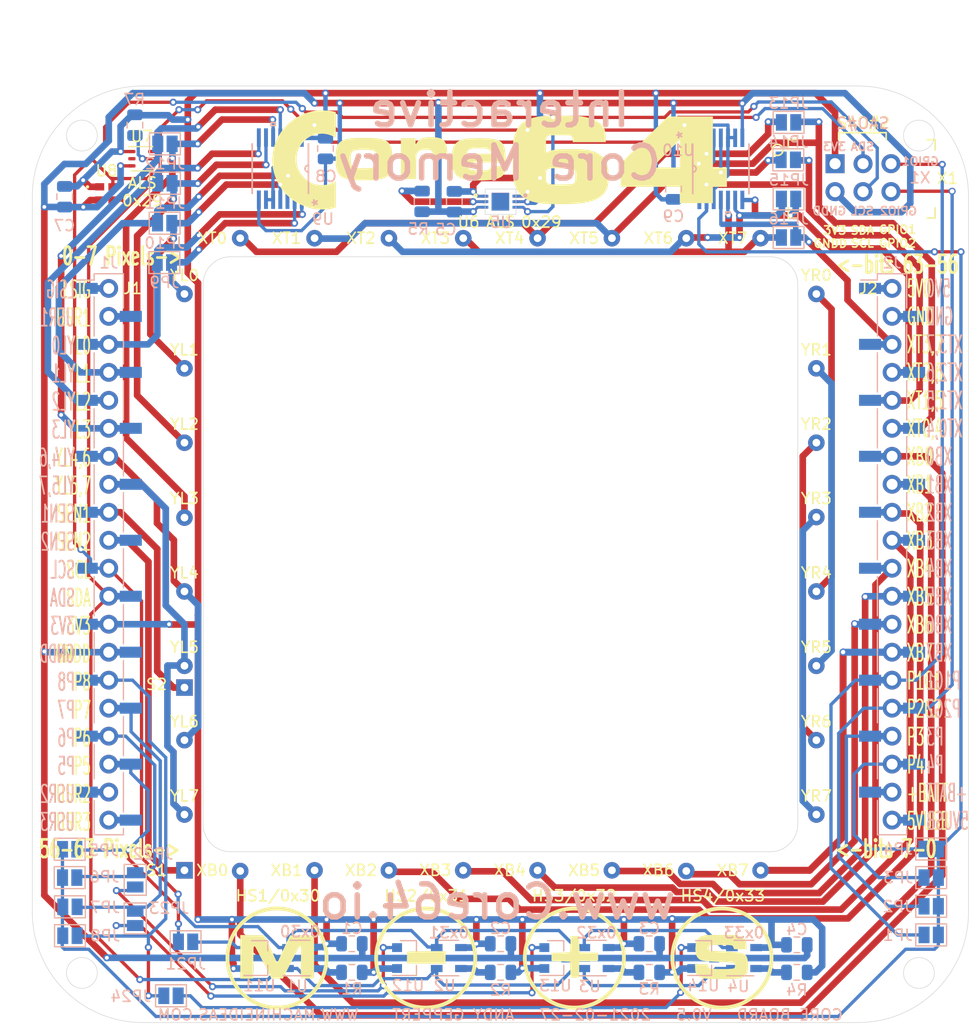
<source format=kicad_pcb>
(kicad_pcb (version 20171130) (host pcbnew "(5.1.2-1)-1")
  (title_block (title "Core 64 (Cores)") (date 2020-03-16) (rev 0.3) (company "Andy Geppert"))
  (layers (0 F.Cu signal) (31 B.Cu signal) (34 B.Paste user hide) (35 F.Paste user hide) (36 B.SilkS user) (37 F.SilkS user) (38 B.Mask user) (39 F.Mask user) (44 Edge.Cuts user))
  (net 0 "")
  (net 1 XB7)
  (net 2 XB4)
  (net 3 XB6)
  (net 4 XB5)
  (net 5 XB0)
  (net 6 XB1)
  (net 7 XB2)
  (net 8 XB3)
  (net 9 XT3-7)
  (net 10 XT2-6)
  (net 11 XT1-5)
  (net 12 XT0-4)
  (net 13 YL5)
  (net 14 YL4)
  (net 15 YL3)
  (net 16 YL2)
  (net 17 YL1)
  (net 18 YL0)
  (net 19 SENSE1)
  (net 20 SENSE2)
  (net 21 GNDD)
  (net 22 "Net-(CM1-Pad10)")
  (net 23 "Net-(CM1-Pad13)")
  (net 24 "Net-(CM1-Pad12)")
  (net 25 "Net-(CM1-Pad11)")
  (net 26 3V3_800mA)
  (net 27 I2C_DATA)
  (net 28 I2C_CLOCK)
  (net 29 H_YL3)
  (net 30 H_YL0)
  (net 31 H_YL1)
  (net 32 H_YL2)
  (net 33 H_XT2-6)
  (net 34 H_XT0-4)
  (net 35 H_XT3-7)
  (net 36 H_XT1-5)
  (net 37 ENABLE)
  (net 38 PLANE_6)
  (net 39 PLANE_8)
  (net 40 PLANE_5)
  (net 41 PLANE_7)
  (net 42 PLANE_2)
  (net 43 PLANE_4)
  (net 44 PLANE_1)
  (net 45 PLANE_3)
  (net 46 "Net-(R1-Pad2)")
  (net 47 "Net-(R2-Pad2)")
  (net 48 "Net-(R3-Pad2)")
  (net 49 "Net-(R4-Pad2)")
  (net 50 "Net-(J1-Pad1)")
  (net 51 "Net-(J1-Pad2)")
  (net 52 "Net-(J2-Pad1)")
  (net 53 "Net-(J2-Pad2)")
  (net 54 "Net-(J1-Pad19)")
  (net 55 "Net-(J1-Pad20)")
  (net 56 "Net-(J2-Pad19)")
  (net 57 "Net-(J2-Pad20)")
  (net 58 "Net-(U7-Pad2)")
  (net 59 "Net-(JP21-Pad2)")
  (net 60 "Net-(JP22-Pad2)")
  (net 61 "Net-(JP23-Pad2)")
  (net 62 "Net-(JP24-Pad2)")
  (net 63 ALS_INT)
  (net 64 "Net-(R7-Pad2)")
  (module ALS_BH1730:BH1730-backside (layer B.Cu) (at 0 -32 180)
    (fp_text reference U5 (at -0.04 -1.875) (layer B.SilkS) (effects (justify mirror)))
    (fp_text value BH1730FVC)
    (pad 7 smd rect (at 0 0 180) (size 1.6 1.6) (layers B.Cu B.Mask))
    (pad 6 smd rect (at -1.3716 0.508 180) (size 0.55 0.25) (layers B.Cu B.Paste B.Mask) (net 27 I2C_DATA))
    (pad 5 smd rect (at -1.3716 0 180) (size 0.55 0.25) (layers B.Cu B.Paste B.Mask) (net 26 3V3_800mA))
    (pad 4 smd rect (at -1.3716 -0.5 180) (size 0.55 0.25) (layers B.Cu B.Paste B.Mask) (net 28 I2C_CLOCK))
    (pad 3 smd rect (at 1.3716 -0.5 180) (size 0.55 0.25) (layers B.Cu B.Paste B.Mask) (net 21 GNDD))
    (pad 2 smd rect (at 1.3716 0 180) (size 0.55 0.25) (layers B.Cu B.Paste B.Mask) (net 63 ALS_INT))
    (pad 1 smd rect (at 1.3716 0.5 180) (size 0.55 0.25) (layers B.Cu B.Paste B.Mask) (net 26 3V3_800mA))
  )
  (module Capacitor_SMD:C_0805_2012Metric (layer B.Cu) (at -4.185 -32 270)
    (fp_text reference C5 (at 2.525 0.775 180) (layer B.SilkS) (effects (justify mirror)))
    (fp_text value 0.1uF)
    (pad 2 smd roundrect (at 0.9375 0 270) (size 0.975 1.4) (layers B.Cu B.Paste B.Mask) (net 21 GNDD))
    (pad 1 smd roundrect (at -0.9375 0 270) (size 0.975 1.4) (layers B.Cu B.Paste B.Mask) (net 26 3V3_800mA))
  )
  (module Core_Memory_8x8_Array:core_64_6.75mm_square_v0.5_front_facing (layer F.Cu) (at 0 0)
    (fp_text reference CM1)
    (fp_text value Core_Memory_8x8_Array_Front_Facing)
    (fp_text user YL7 (at -28.6875 21.9375) (layer F.SilkS))
    (fp_text user YL6 (at -28.6875 15.1875) (layer F.SilkS))
    (fp_text user YL0 (at -28.6875 -25.3125) (layer F.SilkS))
    (fp_text user YL4 (at -28.6875 1.6875) (layer F.SilkS))
    (fp_text user YL2 (at -28.6875 -11.8125) (layer F.SilkS))
    (fp_text user YL1 (at -28.6875 -18.5625) (layer F.SilkS))
    (fp_text user YL3 (at -28.6875 -5.0625) (layer F.SilkS))
    (fp_text user YL5 (at -28.6875 8.4375) (layer F.SilkS))
    (fp_text user XB0 (at -26.15625 28.6875) (layer F.SilkS))
    (fp_text user XB6 (at 14.34375 28.6875) (layer F.SilkS))
    (fp_text user XB5 (at 7.59375 28.6875) (layer F.SilkS))
    (fp_text user XB7 (at 21.09375 28.6875) (layer F.SilkS))
    (fp_text user XB3 (at -5.90625 28.6875) (layer F.SilkS))
    (fp_text user XB4 (at 0.84375 28.6875) (layer F.SilkS))
    (fp_text user XB1 (at -19.40625 28.6875) (layer F.SilkS))
    (fp_text user XB2 (at -12.65625 28.6875) (layer F.SilkS))
    (fp_text user XT0 (at -26.15625 -28.6875) (layer F.SilkS))
    (fp_text user XT1 (at -19.40625 -28.6875) (layer F.SilkS))
    (fp_text user XT2 (at -12.65625 -28.6875) (layer F.SilkS))
    (fp_text user XT3 (at -5.90625 -28.6875) (layer F.SilkS))
    (fp_text user XT4 (at 0.84375 -28.6875) (layer F.SilkS))
    (fp_text user XT5 (at 7.59375 -28.6875) (layer F.SilkS))
    (fp_text user XT6 (at 14.34375 -28.6875) (layer F.SilkS))
    (fp_text user XT7 (at 21.09375 -28.6875) (layer F.SilkS))
    (fp_text user YR0 (at 28.6875 -25.3125) (layer F.SilkS))
    (fp_text user YR1 (at 28.6875 -18.5625) (layer F.SilkS))
    (fp_text user YR2 (at 28.6875 -11.8125) (layer F.SilkS))
    (fp_text user YR3 (at 28.6875 -5.0625) (layer F.SilkS))
    (fp_text user YR4 (at 28.6875 1.6875) (layer F.SilkS))
    (fp_text user YR5 (at 28.6875 8.4375) (layer F.SilkS))
    (fp_text user S2 (at -31.21875 11.8125) (layer F.SilkS))
    (fp_text user S1 (at -31.21875 28.6875) (layer F.SilkS))
    (fp_text user YR6 (at 28.6875 15.1875) (layer F.SilkS))
    (fp_text user YR7 (at 28.6875 21.9375) (layer F.SilkS))
    (pad 34 thru_hole rect (at -28.6875 28.6875) (size 1.5 1.5) (drill 0.7) (layers *.Cu *.Mask) (net 19 SENSE1))
    (pad 33 thru_hole rect (at -28.6875 12.1) (size 1.5 1.5) (drill 0.7) (layers *.Cu *.Mask) (net 20 SENSE2))
    (pad 10 thru_hole circle (at 28.6875 -16.875 180) (size 1.5 1.5) (drill 0.7) (layers *.Cu *.Mask) (net 22 "Net-(CM1-Pad10)"))
    (pad 11 thru_hole circle (at 28.6875 -10.125 180) (size 1.5 1.5) (drill 0.7) (layers *.Cu *.Mask) (net 25 "Net-(CM1-Pad11)"))
    (pad 12 thru_hole circle (at 28.6875 -3.375 180) (size 1.5 1.5) (drill 0.7) (layers *.Cu *.Mask) (net 24 "Net-(CM1-Pad12)"))
    (pad 13 thru_hole circle (at 28.6875 3.375 180) (size 1.5 1.5) (drill 0.7) (layers *.Cu *.Mask) (net 23 "Net-(CM1-Pad13)"))
    (pad 14 thru_hole circle (at 28.6875 10.125 180) (size 1.5 1.5) (drill 0.7) (layers *.Cu *.Mask) (net 22 "Net-(CM1-Pad10)"))
    (pad 15 thru_hole circle (at 28.6875 16.875 180) (size 1.5 1.5) (drill 0.7) (layers *.Cu *.Mask) (net 25 "Net-(CM1-Pad11)"))
    (pad 16 thru_hole circle (at 28.6875 23.625 180) (size 1.5 1.5) (drill 0.7) (layers *.Cu *.Mask) (net 24 "Net-(CM1-Pad12)"))
    (pad 17 thru_hole circle (at 23.625 28.6875 180) (size 1.5 1.5) (drill 0.7) (layers *.Cu *.Mask) (net 1 XB7))
    (pad 18 thru_hole circle (at 16.875 28.75 180) (size 1.5 1.5) (drill 0.7) (layers *.Cu *.Mask) (net 3 XB6))
    (pad 19 thru_hole circle (at 10.125 28.6875 180) (size 1.5 1.5) (drill 0.7) (layers *.Cu *.Mask) (net 4 XB5))
    (pad 20 thru_hole circle (at 3.375 28.6875 180) (size 1.5 1.5) (drill 0.7) (layers *.Cu *.Mask) (net 2 XB4))
    (pad 21 thru_hole circle (at -3.375 28.6875 180) (size 1.5 1.5) (drill 0.7) (layers *.Cu *.Mask) (net 8 XB3))
    (pad 22 thru_hole circle (at -10.125 28.6875 180) (size 1.5 1.5) (drill 0.7) (layers *.Cu *.Mask) (net 7 XB2))
    (pad 23 thru_hole circle (at -16.875 28.6875 180) (size 1.5 1.5) (drill 0.7) (layers *.Cu *.Mask) (net 6 XB1))
    (pad 24 thru_hole circle (at -23.625 28.75 180) (size 1.5 1.5) (drill 0.7) (layers *.Cu *.Mask) (net 5 XB0))
    (pad 25 thru_hole circle (at -28.6875 23.625 180) (size 1.5 1.5) (drill 0.7) (layers *.Cu *.Mask) (net 13 YL5))
    (pad 26 thru_hole circle (at -28.6875 16.875 180) (size 1.5 1.5) (drill 0.7) (layers *.Cu *.Mask) (net 14 YL4))
    (pad 9 thru_hole circle (at 28.6875 -23.625 180) (size 1.5 1.5) (drill 0.7) (layers *.Cu *.Mask) (net 23 "Net-(CM1-Pad13)"))
    (pad 8 thru_hole circle (at 23.625 -28.6875 180) (size 1.5 1.5) (drill 0.7) (layers *.Cu *.Mask) (net 9 XT3-7))
    (pad 7 thru_hole circle (at 16.875 -28.6875 180) (size 1.5 1.5) (drill 0.7) (layers *.Cu *.Mask) (net 10 XT2-6))
    (pad 6 thru_hole circle (at 10.125 -28.6875 180) (size 1.5 1.5) (drill 0.7) (layers *.Cu *.Mask) (net 11 XT1-5))
    (pad 5 thru_hole circle (at 3.375 -28.6875 180) (size 1.5 1.5) (drill 0.7) (layers *.Cu *.Mask) (net 12 XT0-4))
    (pad 4 thru_hole circle (at -3.375 -28.6875 180) (size 1.5 1.5) (drill 0.7) (layers *.Cu *.Mask) (net 9 XT3-7))
    (pad 3 thru_hole circle (at -10.125 -28.6875 180) (size 1.5 1.5) (drill 0.7) (layers *.Cu *.Mask) (net 10 XT2-6))
    (pad 2 thru_hole circle (at -16.875 -28.6875 180) (size 1.5 1.5) (drill 0.7) (layers *.Cu *.Mask) (net 11 XT1-5))
    (pad 1 thru_hole circle (at -23.625 -28.6875 180) (size 1.5 1.5) (drill 0.7) (layers *.Cu *.Mask) (net 12 XT0-4))
    (pad 32 thru_hole circle (at -28.6875 -23.625 180) (size 1.5 1.5) (drill 0.7) (layers *.Cu *.Mask) (net 18 YL0))
    (pad 31 thru_hole circle (at -28.6875 -16.875 180) (size 1.5 1.5) (drill 0.7) (layers *.Cu *.Mask) (net 17 YL1))
    (pad 30 thru_hole circle (at -28.6875 -10.125 180) (size 1.5 1.5) (drill 0.7) (layers *.Cu *.Mask) (net 16 YL2))
    (pad 29 thru_hole circle (at -28.6875 -3.325 180) (size 1.5 1.5) (drill 0.7) (layers *.Cu *.Mask) (net 15 YL3))
    (pad 28 thru_hole circle (at -28.6875 3.375 180) (size 1.5 1.5) (drill 0.7) (layers *.Cu *.Mask) (net 14 YL4))
    (pad 27 thru_hole circle (at -28.6875 10.125 180) (size 1.5 1.5) (drill 0.7) (layers *.Cu *.Mask) (net 13 YL5))
  )
  (module Resistor_SMD:R_0805_2012Metric (layer B.Cu) (at 26.915 37.95 180)
    (fp_text reference R4 (at 0 -1.6) (layer B.SilkS) (effects (justify mirror)))
    (fp_text value 10K)
    (pad 2 smd roundrect (at 0.9375 0 180) (size 0.975 1.4) (layers B.Cu B.Paste B.Mask) (net 49 "Net-(R4-Pad2)"))
    (pad 1 smd roundrect (at -0.9375 0 180) (size 0.975 1.4) (layers B.Cu B.Paste B.Mask) (net 26 3V3_800mA))
  )
  (module Resistor_SMD:R_0805_2012Metric (layer B.Cu) (at 13.515 37.95 180)
    (fp_text reference R3 (at 0 -1.5) (layer B.SilkS) (effects (justify mirror)))
    (fp_text value 10K)
    (pad 2 smd roundrect (at 0.9375 0 180) (size 0.975 1.4) (layers B.Cu B.Paste B.Mask) (net 48 "Net-(R3-Pad2)"))
    (pad 1 smd roundrect (at -0.9375 0 180) (size 0.975 1.4) (layers B.Cu B.Paste B.Mask) (net 26 3V3_800mA))
  )
  (module Resistor_SMD:R_0805_2012Metric (layer B.Cu) (at 0.015 37.95 180)
    (fp_text reference R2 (at 0 -1.6) (layer B.SilkS) (effects (justify mirror)))
    (fp_text value 10K)
    (pad 2 smd roundrect (at 0.9375 0 180) (size 0.975 1.4) (layers B.Cu B.Paste B.Mask) (net 47 "Net-(R2-Pad2)"))
    (pad 1 smd roundrect (at -0.9375 0 180) (size 0.975 1.4) (layers B.Cu B.Paste B.Mask) (net 26 3V3_800mA))
  )
  (module Resistor_SMD:R_0805_2012Metric (layer B.Cu) (at -13.485 37.95 180)
    (fp_text reference R1 (at 0 -1.5) (layer B.SilkS) (effects (justify mirror)))
    (fp_text value 10K)
    (pad 2 smd roundrect (at 0.9375 0 180) (size 0.975 1.4) (layers B.Cu B.Paste B.Mask) (net 46 "Net-(R1-Pad2)"))
    (pad 1 smd roundrect (at -0.9375 0 180) (size 0.975 1.4) (layers B.Cu B.Paste B.Mask) (net 26 3V3_800mA))
  )
  (module Capacitor_SMD:C_0805_2012Metric (layer B.Cu) (at 26.915 35.45)
    (fp_text reference C4 (at 0 -1.4) (layer B.SilkS) (effects (justify mirror)))
    (fp_text value 0.1uF)
    (pad 2 smd roundrect (at 0.9375 0) (size 0.975 1.4) (layers B.Cu B.Paste B.Mask) (net 21 GNDD))
    (pad 1 smd roundrect (at -0.9375 0) (size 0.975 1.4) (layers B.Cu B.Paste B.Mask) (net 26 3V3_800mA))
  )
  (module Capacitor_SMD:C_0805_2012Metric (layer B.Cu) (at 13.515 35.35)
    (fp_text reference C3 (at 0 -1.4) (layer B.SilkS) (effects (justify mirror)))
    (fp_text value 0.1uF)
    (pad 2 smd roundrect (at 0.9375 0) (size 0.975 1.4) (layers B.Cu B.Paste B.Mask) (net 21 GNDD))
    (pad 1 smd roundrect (at -0.9375 0) (size 0.975 1.4) (layers B.Cu B.Paste B.Mask) (net 26 3V3_800mA))
  )
  (module Capacitor_SMD:C_0805_2012Metric (layer B.Cu) (at 0.015 35.35)
    (fp_text reference C2 (at 0 -1.4) (layer B.SilkS) (effects (justify mirror)))
    (fp_text value 0.1uF)
    (pad 2 smd roundrect (at 0.9375 0) (size 0.975 1.4) (layers B.Cu B.Paste B.Mask) (net 21 GNDD))
    (pad 1 smd roundrect (at -0.9375 0) (size 0.975 1.4) (layers B.Cu B.Paste B.Mask) (net 26 3V3_800mA))
  )
  (module Core_Memory_8x8_Array:Core64-M_-_+_S_Buttons (layer F.Cu) (at -0.985 36.65)
    (fp_text reference L2 hide)
    (fp_text value Core_64_M-+S_Buttons_4mm hide)
  )
  (module Core_Memory_8x8_Array:Core64_Logo_9mm_tall (layer F.Cu) (at 1.815 -35.814)
    (fp_text reference L1 hide)
    (fp_text value Core_64_Logo_9mm_tall hide)
  )
  (module Package_TO_SOT_SMD:SOT-23-5 (layer B.Cu) (at -18.185 36.65)
    (fp_text reference U1 (at -0.3 2.55) (layer B.SilkS) (effects (justify mirror)))
    (fp_text value SI7210-B-01)
    (pad 5 smd rect (at 1.1 0.95) (size 1.06 0.65) (layers B.Cu B.Paste B.Mask) (net 46 "Net-(R1-Pad2)"))
    (pad 4 smd rect (at 1.1 -0.95) (size 1.06 0.65) (layers B.Cu B.Paste B.Mask) (net 26 3V3_800mA))
    (pad 3 smd rect (at -1.1 -0.95) (size 1.06 0.65) (layers B.Cu B.Paste B.Mask) (net 28 I2C_CLOCK))
    (pad 2 smd rect (at -1.1 0) (size 1.06 0.65) (layers B.Cu B.Paste B.Mask) (net 21 GNDD))
    (pad 1 smd rect (at -1.1 0.95) (size 1.06 0.65) (layers B.Cu B.Paste B.Mask) (net 27 I2C_DATA))
  )
  (module Package_TO_SOT_SMD:SOT-23-5 (layer B.Cu) (at -4.685 36.65)
    (fp_text reference U2 (at -0.375 2.5) (layer B.SilkS) (effects (justify mirror)))
    (fp_text value SI7210-B-02)
    (pad 5 smd rect (at 1.1 0.95) (size 1.06 0.65) (layers B.Cu B.Paste B.Mask) (net 47 "Net-(R2-Pad2)"))
    (pad 4 smd rect (at 1.1 -0.95) (size 1.06 0.65) (layers B.Cu B.Paste B.Mask) (net 26 3V3_800mA))
    (pad 3 smd rect (at -1.1 -0.95) (size 1.06 0.65) (layers B.Cu B.Paste B.Mask) (net 28 I2C_CLOCK))
    (pad 2 smd rect (at -1.1 0) (size 1.06 0.65) (layers B.Cu B.Paste B.Mask) (net 21 GNDD))
    (pad 1 smd rect (at -1.1 0.95) (size 1.06 0.65) (layers B.Cu B.Paste B.Mask) (net 27 I2C_DATA))
  )
  (module Package_TO_SOT_SMD:SOT-23-5 (layer B.Cu) (at 8.715 36.65)
    (fp_text reference U3 (at -0.6 2.575) (layer B.SilkS) (effects (justify mirror)))
    (fp_text value SI7210-B-03)
    (pad 5 smd rect (at 1.1 0.95) (size 1.06 0.65) (layers B.Cu B.Paste B.Mask) (net 48 "Net-(R3-Pad2)"))
    (pad 4 smd rect (at 1.1 -0.95) (size 1.06 0.65) (layers B.Cu B.Paste B.Mask) (net 26 3V3_800mA))
    (pad 3 smd rect (at -1.1 -0.95) (size 1.06 0.65) (layers B.Cu B.Paste B.Mask) (net 28 I2C_CLOCK))
    (pad 2 smd rect (at -1.1 0) (size 1.06 0.65) (layers B.Cu B.Paste B.Mask) (net 21 GNDD))
    (pad 1 smd rect (at -1.1 0.95) (size 1.06 0.65) (layers B.Cu B.Paste B.Mask) (net 27 I2C_DATA))
  )
  (module Package_TO_SOT_SMD:SOT-23-5 (layer B.Cu) (at 22.115 36.65)
    (fp_text reference U4 (at -0.5 2.575) (layer B.SilkS) (effects (justify mirror)))
    (fp_text value SI7210-B-04)
    (pad 5 smd rect (at 1.1 0.95) (size 1.06 0.65) (layers B.Cu B.Paste B.Mask) (net 49 "Net-(R4-Pad2)"))
    (pad 4 smd rect (at 1.1 -0.95) (size 1.06 0.65) (layers B.Cu B.Paste B.Mask) (net 26 3V3_800mA))
    (pad 3 smd rect (at -1.1 -0.95) (size 1.06 0.65) (layers B.Cu B.Paste B.Mask) (net 28 I2C_CLOCK))
    (pad 2 smd rect (at -1.1 0) (size 1.06 0.65) (layers B.Cu B.Paste B.Mask) (net 21 GNDD))
    (pad 1 smd rect (at -1.1 0.95) (size 1.06 0.65) (layers B.Cu B.Paste B.Mask) (net 27 I2C_DATA))
  )
  (module Capacitor_SMD:C_0805_2012Metric (layer B.Cu) (at -13.485 35.35)
    (fp_text reference C1 (at 0 -1.4) (layer B.SilkS) (effects (justify mirror)))
    (fp_text value 0.1uF)
    (pad 2 smd roundrect (at 0.9375 0) (size 0.975 1.4) (layers B.Cu B.Paste B.Mask) (net 21 GNDD))
    (pad 1 smd roundrect (at -0.9375 0) (size 0.975 1.4) (layers B.Cu B.Paste B.Mask) (net 26 3V3_800mA))
  )
  (module Connector_PinHeader_2.54mm:PinHeader_1x20_P2.54mm_Vertical_SMD_and_TH_Pin1Right (layer B.Cu) (at -35.56 -5.08 180)
    (fp_text reference J1 (at 0 21.38) (layer B.SilkS) (effects (justify mirror)))
    (fp_text value "Digi-Key 77311-420-36LF-ND")
    (pad 19 thru_hole circle (at 0 -26.67 180) (size 1.7 1.7) (drill 1) (layers *.Cu *.Mask) (net 54 "Net-(J1-Pad19)"))
    (pad 20 smd rect (at -2 -29.21 180) (size 2 1) (layers B.Cu B.Paste B.Mask) (net 55 "Net-(J1-Pad20)"))
    (pad 20 thru_hole circle (at 0 -29.21 180) (size 1.7 1.7) (drill 1) (layers *.Cu *.Mask) (net 55 "Net-(J1-Pad20)"))
    (pad 19 smd rect (at 2 -26.67 180) (size 2 1) (layers B.Cu B.Paste B.Mask) (net 54 "Net-(J1-Pad19)"))
    (pad 18 smd rect (at -2 -24.13 180) (size 2 1) (layers B.Cu B.Paste B.Mask) (net 40 PLANE_5))
    (pad 17 smd rect (at 2 -21.59 180) (size 2 1) (layers B.Cu B.Paste B.Mask) (net 38 PLANE_6))
    (pad 18 thru_hole circle (at 0 -24.13 180) (size 1.7 1.7) (drill 1) (layers *.Cu *.Mask) (net 40 PLANE_5))
    (pad 17 thru_hole circle (at 0 -21.59 180) (size 1.7 1.7) (drill 1) (layers *.Cu *.Mask) (net 38 PLANE_6))
    (pad 15 thru_hole circle (at 0 -16.51 180) (size 1.7 1.7) (drill 1) (layers *.Cu *.Mask) (net 39 PLANE_8))
    (pad 9 thru_hole circle (at 0 -1.27) (size 1.7 1.7) (drill 1) (layers *.Cu *.Mask) (net 20 SENSE2))
    (pad 4 thru_hole circle (at 0 11.43 180) (size 1.7 1.7) (drill 1) (layers *.Cu *.Mask) (net 31 H_YL1))
    (pad 1 thru_hole circle (at 0 19.05 180) (size 1.7 1.7) (drill 1) (layers *.Cu *.Mask) (net 50 "Net-(J1-Pad1)"))
    (pad 2 thru_hole circle (at 0 16.51 180) (size 1.7 1.7) (drill 1) (layers *.Cu *.Mask) (net 51 "Net-(J1-Pad2)"))
    (pad 5 thru_hole circle (at 0 8.89 180) (size 1.7 1.7) (drill 1) (layers *.Cu *.Mask) (net 32 H_YL2))
    (pad 6 thru_hole circle (at 0 6.35 180) (size 1.7 1.7) (drill 1) (layers *.Cu *.Mask) (net 29 H_YL3))
    (pad 8 thru_hole circle (at 0 1.27 180) (size 1.7 1.7) (drill 1) (layers *.Cu *.Mask) (net 13 YL5))
    (pad 7 thru_hole circle (at 0 3.81 180) (size 1.7 1.7) (drill 1) (layers *.Cu *.Mask) (net 14 YL4))
    (pad 3 thru_hole circle (at 0 13.97 180) (size 1.7 1.7) (drill 1) (layers *.Cu *.Mask) (net 30 H_YL0))
    (pad 11 thru_hole circle (at 0 -6.35 180) (size 1.7 1.7) (drill 1) (layers *.Cu *.Mask) (net 28 I2C_CLOCK))
    (pad 13 thru_hole circle (at 0 -11.43 180) (size 1.7 1.7) (drill 1) (layers *.Cu *.Mask) (net 26 3V3_800mA))
    (pad 12 thru_hole circle (at 0 -8.89 180) (size 1.7 1.7) (drill 1) (layers *.Cu *.Mask) (net 27 I2C_DATA))
    (pad 16 thru_hole circle (at 0 -19.05 180) (size 1.7 1.7) (drill 1) (layers *.Cu *.Mask) (net 41 PLANE_7))
    (pad 14 thru_hole circle (at 0 -13.97 180) (size 1.7 1.7) (drill 1) (layers *.Cu *.Mask) (net 21 GNDD))
    (pad 10 thru_hole circle (at 0 -3.81 180) (size 1.7 1.7) (drill 1) (layers *.Cu *.Mask) (net 19 SENSE1))
    (pad 15 smd rect (at 2 -16.51 180) (size 2 1) (layers B.Cu B.Paste B.Mask) (net 39 PLANE_8))
    (pad 13 smd rect (at 2 -11.43 180) (size 2 1) (layers B.Cu B.Paste B.Mask) (net 26 3V3_800mA))
    (pad 11 smd rect (at 2 -6.35 180) (size 2 1) (layers B.Cu B.Paste B.Mask) (net 28 I2C_CLOCK))
    (pad 9 smd rect (at 2 -1.27 180) (size 2 1) (layers B.Cu B.Paste B.Mask) (net 20 SENSE2))
    (pad 7 smd rect (at 2 3.81 180) (size 2 1) (layers B.Cu B.Paste B.Mask) (net 14 YL4))
    (pad 5 smd rect (at 2 8.89 180) (size 2 1) (layers B.Cu B.Paste B.Mask) (net 32 H_YL2))
    (pad 3 smd rect (at 2 13.97 180) (size 2 1) (layers B.Cu B.Paste B.Mask) (net 30 H_YL0))
    (pad 1 smd rect (at 2 19.05 180) (size 2 1) (layers B.Cu B.Paste B.Mask) (net 50 "Net-(J1-Pad1)"))
    (pad 16 smd rect (at -2 -19.05 180) (size 2 1) (layers B.Cu B.Paste B.Mask) (net 41 PLANE_7))
    (pad 14 smd rect (at -2 -13.97 180) (size 2 1) (layers B.Cu B.Paste B.Mask) (net 21 GNDD))
    (pad 12 smd rect (at -2 -8.89 180) (size 2 1) (layers B.Cu B.Paste B.Mask) (net 27 I2C_DATA))
    (pad 10 smd rect (at -2 -3.81 180) (size 2 1) (layers B.Cu B.Paste B.Mask) (net 19 SENSE1))
    (pad 8 smd rect (at -2 1.27 180) (size 2 1) (layers B.Cu B.Paste B.Mask) (net 13 YL5))
    (pad 6 smd rect (at -2 6.35 180) (size 2 1) (layers B.Cu B.Paste B.Mask) (net 29 H_YL3))
    (pad 4 smd rect (at -2 11.43 180) (size 2 1) (layers B.Cu B.Paste B.Mask) (net 31 H_YL1))
    (pad 2 smd rect (at -2 16.51 180) (size 2 1) (layers B.Cu B.Paste B.Mask) (net 51 "Net-(J1-Pad2)"))
  )
  (module Connector_PinHeader_2.54mm:PinHeader_1x20_P2.54mm_Vertical_SMD_and_TH_Pin1Right (layer B.Cu) (at 35.56 -5.08 180)
    (fp_text reference J2 (at 0 21.38) (layer B.SilkS) (effects (justify mirror)))
    (fp_text value "Digi-Key 77311-420-36LF-ND")
    (pad 2 smd rect (at -2 16.51 180) (size 2 1) (layers B.Cu B.Paste B.Mask) (net 53 "Net-(J2-Pad2)"))
    (pad 4 smd rect (at -2 11.43 180) (size 2 1) (layers B.Cu B.Paste B.Mask) (net 33 H_XT2-6))
    (pad 6 smd rect (at -2 6.35 180) (size 2 1) (layers B.Cu B.Paste B.Mask) (net 34 H_XT0-4))
    (pad 8 smd rect (at -2 1.27 180) (size 2 1) (layers B.Cu B.Paste B.Mask) (net 6 XB1))
    (pad 10 smd rect (at -2 -3.81 180) (size 2 1) (layers B.Cu B.Paste B.Mask) (net 8 XB3))
    (pad 12 smd rect (at -2 -8.89 180) (size 2 1) (layers B.Cu B.Paste B.Mask) (net 4 XB5))
    (pad 14 smd rect (at -2 -13.97 180) (size 2 1) (layers B.Cu B.Paste B.Mask) (net 1 XB7))
    (pad 16 smd rect (at -2 -19.05 180) (size 2 1) (layers B.Cu B.Paste B.Mask) (net 42 PLANE_2))
    (pad 1 smd rect (at 2 19.05 180) (size 2 1) (layers B.Cu B.Paste B.Mask) (net 52 "Net-(J2-Pad1)"))
    (pad 3 smd rect (at 2 13.97 180) (size 2 1) (layers B.Cu B.Paste B.Mask) (net 35 H_XT3-7))
    (pad 5 smd rect (at 2 8.89 180) (size 2 1) (layers B.Cu B.Paste B.Mask) (net 36 H_XT1-5))
    (pad 7 smd rect (at 2 3.81 180) (size 2 1) (layers B.Cu B.Paste B.Mask) (net 5 XB0))
    (pad 9 smd rect (at 2 -1.27 180) (size 2 1) (layers B.Cu B.Paste B.Mask) (net 7 XB2))
    (pad 11 smd rect (at 2 -6.35 180) (size 2 1) (layers B.Cu B.Paste B.Mask) (net 2 XB4))
    (pad 13 smd rect (at 2 -11.43 180) (size 2 1) (layers B.Cu B.Paste B.Mask) (net 3 XB6))
    (pad 15 smd rect (at 2 -16.51 180) (size 2 1) (layers B.Cu B.Paste B.Mask) (net 44 PLANE_1))
    (pad 10 thru_hole circle (at 0 -3.81 180) (size 1.7 1.7) (drill 1) (layers *.Cu *.Mask) (net 8 XB3))
    (pad 14 thru_hole circle (at 0 -13.97 180) (size 1.7 1.7) (drill 1) (layers *.Cu *.Mask) (net 1 XB7))
    (pad 16 thru_hole circle (at 0 -19.05 180) (size 1.7 1.7) (drill 1) (layers *.Cu *.Mask) (net 42 PLANE_2))
    (pad 12 thru_hole circle (at 0 -8.89 180) (size 1.7 1.7) (drill 1) (layers *.Cu *.Mask) (net 4 XB5))
    (pad 13 thru_hole circle (at 0 -11.43 180) (size 1.7 1.7) (drill 1) (layers *.Cu *.Mask) (net 3 XB6))
    (pad 11 thru_hole circle (at 0 -6.35 180) (size 1.7 1.7) (drill 1) (layers *.Cu *.Mask) (net 2 XB4))
    (pad 3 thru_hole circle (at 0 13.97 180) (size 1.7 1.7) (drill 1) (layers *.Cu *.Mask) (net 35 H_XT3-7))
    (pad 7 thru_hole circle (at 0 3.81 180) (size 1.7 1.7) (drill 1) (layers *.Cu *.Mask) (net 5 XB0))
    (pad 8 thru_hole circle (at 0 1.27 180) (size 1.7 1.7) (drill 1) (layers *.Cu *.Mask) (net 6 XB1))
    (pad 6 thru_hole circle (at 0 6.35 180) (size 1.7 1.7) (drill 1) (layers *.Cu *.Mask) (net 34 H_XT0-4))
    (pad 5 thru_hole circle (at 0 8.89 180) (size 1.7 1.7) (drill 1) (layers *.Cu *.Mask) (net 36 H_XT1-5))
    (pad 2 thru_hole circle (at 0 16.51 180) (size 1.7 1.7) (drill 1) (layers *.Cu *.Mask) (net 53 "Net-(J2-Pad2)"))
    (pad 1 thru_hole circle (at 0 19.05 180) (size 1.7 1.7) (drill 1) (layers *.Cu *.Mask) (net 52 "Net-(J2-Pad1)"))
    (pad 4 thru_hole circle (at 0 11.43 180) (size 1.7 1.7) (drill 1) (layers *.Cu *.Mask) (net 33 H_XT2-6))
    (pad 9 thru_hole circle (at 0 -1.27) (size 1.7 1.7) (drill 1) (layers *.Cu *.Mask) (net 7 XB2))
    (pad 15 thru_hole circle (at 0 -16.51 180) (size 1.7 1.7) (drill 1) (layers *.Cu *.Mask) (net 44 PLANE_1))
    (pad 17 thru_hole circle (at 0 -21.59 180) (size 1.7 1.7) (drill 1) (layers *.Cu *.Mask) (net 45 PLANE_3))
    (pad 18 thru_hole circle (at 0 -24.13 180) (size 1.7 1.7) (drill 1) (layers *.Cu *.Mask) (net 43 PLANE_4))
    (pad 17 smd rect (at 2 -21.59 180) (size 2 1) (layers B.Cu B.Paste B.Mask) (net 45 PLANE_3))
    (pad 18 smd rect (at -2 -24.13 180) (size 2 1) (layers B.Cu B.Paste B.Mask) (net 43 PLANE_4))
    (pad 19 smd rect (at 2 -26.67 180) (size 2 1) (layers B.Cu B.Paste B.Mask) (net 56 "Net-(J2-Pad19)"))
    (pad 20 thru_hole circle (at 0 -29.21 180) (size 1.7 1.7) (drill 1) (layers *.Cu *.Mask) (net 57 "Net-(J2-Pad20)"))
    (pad 20 smd rect (at -2 -29.21 180) (size 2 1) (layers B.Cu B.Paste B.Mask) (net 57 "Net-(J2-Pad20)"))
    (pad 19 thru_hole circle (at 0 -26.67 180) (size 1.7 1.7) (drill 1) (layers *.Cu *.Mask) (net 56 "Net-(J2-Pad19)"))
  )
  (module Resistor_SMD:R_0805_2012Metric (layer B.Cu) (at -7.11 -32.025 270)
    (fp_text reference R5 (at 2.5 0.35 180) (layer B.SilkS) (effects (justify mirror)))
    (fp_text value 0)
    (pad 1 smd roundrect (at -0.9375 0 270) (size 0.975 1.4) (layers B.Cu B.Paste B.Mask) (net 63 ALS_INT))
    (pad 2 smd roundrect (at 0.9375 0 270) (size 0.975 1.4) (layers B.Cu B.Paste B.Mask) (net 21 GNDD))
  )
  (module Capacitor_SMD:C_0805_2012Metric (layer B.Cu) (at -39.56 -32.45 270)
    (fp_text reference C7 (at 2.625 0.025 180) (layer B.SilkS) (effects (justify mirror)))
    (fp_text value 0.1uF)
    (pad 2 smd roundrect (at 0.9375 0 270) (size 0.975 1.4) (layers B.Cu B.Paste B.Mask) (net 21 GNDD))
    (pad 1 smd roundrect (at -0.9375 0 270) (size 0.975 1.4) (layers B.Cu B.Paste B.Mask) (net 26 3V3_800mA))
  )
  (module Capacitor_SMD:C_0805_2012Metric (layer B.Cu) (at -15.885 -36.825 270)
    (fp_text reference C8 (at 2.525 -0.05 180) (layer B.SilkS) (effects (justify mirror)))
    (fp_text value 0.1uF)
    (pad 1 smd roundrect (at -0.9375 0 270) (size 0.975 1.4) (layers B.Cu B.Paste B.Mask) (net 26 3V3_800mA))
    (pad 2 smd roundrect (at 0.9375 0 270) (size 0.975 1.4) (layers B.Cu B.Paste B.Mask) (net 21 GNDD))
  )
  (module Capacitor_SMD:C_0805_2012Metric (layer B.Cu) (at 15.715 -33.15 90)
    (fp_text reference C9 (at -2.475 0 180) (layer B.SilkS) (effects (justify mirror)))
    (fp_text value 0.1uF)
    (pad 1 smd roundrect (at -0.9375 0 90) (size 0.975 1.4) (layers B.Cu B.Paste B.Mask) (net 26 3V3_800mA))
    (pad 2 smd roundrect (at 0.9375 0 90) (size 0.975 1.4) (layers B.Cu B.Paste B.Mask) (net 21 GNDD))
  )
  (module Jumper:SolderJumper-2_P1.3mm_Open_Pad1.0x1.5mm (layer B.Cu) (at 39.115 34.55)
    (fp_text reference JP1 (at -3.025 0.025) (layer B.SilkS) (effects (justify mirror)))
    (fp_text value SolderJumper_2_Open)
    (pad 2 smd rect (at 0.65 0) (size 1 1.5) (layers B.Cu B.Mask) (net 37 ENABLE))
    (pad 1 smd rect (at -0.65 0) (size 1 1.5) (layers B.Cu B.Mask) (net 44 PLANE_1))
  )
  (module Jumper:SolderJumper-2_P1.3mm_Open_Pad1.0x1.5mm (layer B.Cu) (at 39.115 31.95)
    (fp_text reference JP2 (at -3.05 0.025) (layer B.SilkS) (effects (justify mirror)))
    (fp_text value SolderJumper_2_Open)
    (pad 1 smd rect (at -0.65 0) (size 1 1.5) (layers B.Cu B.Mask) (net 42 PLANE_2))
    (pad 2 smd rect (at 0.65 0) (size 1 1.5) (layers B.Cu B.Mask) (net 37 ENABLE))
  )
  (module Jumper:SolderJumper-2_P1.3mm_Open_Pad1.0x1.5mm (layer B.Cu) (at 39.115 29.35)
    (fp_text reference JP3 (at -3 0) (layer B.SilkS) (effects (justify mirror)))
    (fp_text value SolderJumper_2_Open)
    (pad 1 smd rect (at -0.65 0) (size 1 1.5) (layers B.Cu B.Mask) (net 45 PLANE_3))
    (pad 2 smd rect (at 0.65 0) (size 1 1.5) (layers B.Cu B.Mask) (net 37 ENABLE))
  )
  (module Jumper:SolderJumper-2_P1.3mm_Open_Pad1.0x1.5mm (layer B.Cu) (at 39.115 26.75)
    (fp_text reference JP4 (at -3.025 0) (layer B.SilkS) (effects (justify mirror)))
    (fp_text value SolderJumper_2_Open)
    (pad 2 smd rect (at 0.65 0) (size 1 1.5) (layers B.Cu B.Mask) (net 37 ENABLE))
    (pad 1 smd rect (at -0.65 0) (size 1 1.5) (layers B.Cu B.Mask) (net 43 PLANE_4))
  )
  (module Jumper:SolderJumper-2_P1.3mm_Open_Pad1.0x1.5mm (layer B.Cu) (at -39.11 26.775 180)
    (fp_text reference JP5 (at -3.075 -0.1) (layer B.SilkS) (effects (justify mirror)))
    (fp_text value SolderJumper_2_Open)
    (pad 1 smd rect (at -0.65 0 180) (size 1 1.5) (layers B.Cu B.Mask) (net 40 PLANE_5))
    (pad 2 smd rect (at 0.65 0 180) (size 1 1.5) (layers B.Cu B.Mask) (net 37 ENABLE))
  )
  (module Jumper:SolderJumper-2_P1.3mm_Open_Pad1.0x1.5mm (layer B.Cu) (at -39.11 29.35 180)
    (fp_text reference JP6 (at -3.15 0.075) (layer B.SilkS) (effects (justify mirror)))
    (fp_text value SolderJumper_2_Open)
    (pad 2 smd rect (at 0.65 0 180) (size 1 1.5) (layers B.Cu B.Mask) (net 37 ENABLE))
    (pad 1 smd rect (at -0.65 0 180) (size 1 1.5) (layers B.Cu B.Mask) (net 38 PLANE_6))
  )
  (module Jumper:SolderJumper-2_P1.3mm_Open_Pad1.0x1.5mm (layer B.Cu) (at -39.085 32 180)
    (fp_text reference JP7 (at -3.175 -0.05) (layer B.SilkS) (effects (justify mirror)))
    (fp_text value SolderJumper_2_Open)
    (pad 1 smd rect (at -0.65 0 180) (size 1 1.5) (layers B.Cu B.Mask) (net 41 PLANE_7))
    (pad 2 smd rect (at 0.65 0 180) (size 1 1.5) (layers B.Cu B.Mask) (net 37 ENABLE))
  )
  (module Jumper:SolderJumper-2_P1.3mm_Open_Pad1.0x1.5mm (layer B.Cu) (at -39.085 34.625 180)
    (fp_text reference JP8 (at -3.2 0) (layer B.SilkS) (effects (justify mirror)))
    (fp_text value SolderJumper_2_Open)
    (pad 2 smd rect (at 0.65 0 180) (size 1 1.5) (layers B.Cu B.Mask) (net 37 ENABLE))
    (pad 1 smd rect (at -0.65 0 180) (size 1 1.5) (layers B.Cu B.Mask) (net 39 PLANE_8))
  )
  (module Jumper:SolderJumper-2_P1.3mm_Open_Pad1.0x1.5mm (layer B.Cu) (at -30.51 -26.475)
    (fp_text reference JP9 (at 0 1.8) (layer B.SilkS) (effects (justify mirror)))
    (fp_text value SolderJumper_2_Bridged)
    (pad 1 smd rect (at -0.65 0) (size 1 1.5) (layers B.Cu B.Mask) (net 30 H_YL0))
    (pad 2 smd rect (at 0.65 0) (size 1 1.5) (layers B.Cu B.Mask) (net 18 YL0))
  )
  (module Jumper:SolderJumper-2_P1.3mm_Open_Pad1.0x1.5mm (layer B.Cu) (at -30.485 -30.05)
    (fp_text reference JP10 (at 0 1.8) (layer B.SilkS) (effects (justify mirror)))
    (fp_text value SolderJumper_2_Bridged)
    (pad 2 smd rect (at 0.65 0) (size 1 1.5) (layers B.Cu B.Mask) (net 17 YL1))
    (pad 1 smd rect (at -0.65 0) (size 1 1.5) (layers B.Cu B.Mask) (net 31 H_YL1))
  )
  (module Jumper:SolderJumper-2_P1.3mm_Open_Pad1.0x1.5mm (layer B.Cu) (at -30.46 -33.675)
    (fp_text reference JP11 (at 0 1.8) (layer B.SilkS) (effects (justify mirror)))
    (fp_text value SolderJumper_2_Bridged)
    (pad 1 smd rect (at -0.65 0) (size 1 1.5) (layers B.Cu B.Mask) (net 32 H_YL2))
    (pad 2 smd rect (at 0.65 0) (size 1 1.5) (layers B.Cu B.Mask) (net 16 YL2))
  )
  (module Jumper:SolderJumper-2_P1.3mm_Open_Pad1.0x1.5mm (layer B.Cu) (at -30.46 -37.25)
    (fp_text reference JP12 (at 0 1.8) (layer B.SilkS) (effects (justify mirror)))
    (fp_text value SolderJumper_2_Bridged)
    (pad 2 smd rect (at 0.65 0) (size 1 1.5) (layers B.Cu B.Mask) (net 15 YL3))
    (pad 1 smd rect (at -0.65 0) (size 1 1.5) (layers B.Cu B.Mask) (net 29 H_YL3))
  )
  (module Jumper:SolderJumper-2_P1.3mm_Open_Pad1.0x1.5mm (layer B.Cu) (at 26.165 -39.2 180)
    (fp_text reference JP13 (at 0 1.75) (layer B.SilkS) (effects (justify mirror)))
    (fp_text value SolderJumper_2_Bridged)
    (pad 1 smd rect (at -0.65 0 180) (size 1 1.5) (layers B.Cu B.Mask) (net 34 H_XT0-4))
    (pad 2 smd rect (at 0.65 0 180) (size 1 1.5) (layers B.Cu B.Mask) (net 12 XT0-4))
  )
  (module Jumper:SolderJumper-2_P1.3mm_Open_Pad1.0x1.5mm (layer B.Cu) (at 26.14 -35.8 180)
    (fp_text reference JP14 (at 0 1.625) (layer B.SilkS) (effects (justify mirror)))
    (fp_text value SolderJumper_2_Bridged)
    (pad 2 smd rect (at 0.65 0 180) (size 1 1.5) (layers B.Cu B.Mask) (net 11 XT1-5))
    (pad 1 smd rect (at -0.65 0 180) (size 1 1.5) (layers B.Cu B.Mask) (net 36 H_XT1-5))
  )
  (module Jumper:SolderJumper-2_P1.3mm_Open_Pad1.0x1.5mm (layer B.Cu) (at 26.165 -32.25 180)
    (fp_text reference JP15 (at -0.025 1.725) (layer B.SilkS) (effects (justify mirror)))
    (fp_text value SolderJumper_2_Bridged)
    (pad 1 smd rect (at -0.65 0 180) (size 1 1.5) (layers B.Cu B.Mask) (net 33 H_XT2-6))
    (pad 2 smd rect (at 0.65 0 180) (size 1 1.5) (layers B.Cu B.Mask) (net 10 XT2-6))
  )
  (module Jumper:SolderJumper-2_P1.3mm_Open_Pad1.0x1.5mm (layer B.Cu) (at 26.165 -28.75 180)
    (fp_text reference JP16 (at 0 1.7) (layer B.SilkS) (effects (justify mirror)))
    (fp_text value SolderJumper_2_Bridged)
    (pad 2 smd rect (at 0.65 0 180) (size 1 1.5) (layers B.Cu B.Mask) (net 9 XT3-7))
    (pad 1 smd rect (at -0.65 0 180) (size 1 1.5) (layers B.Cu B.Mask) (net 35 H_XT3-7))
  )
  (module Jumper:SolderJumper-2_P1.3mm_Open_Pad1.0x1.5mm (layer B.Cu) (at -28.585 35.175)
    (fp_text reference JP21 (at 0.025 2) (layer B.SilkS) (effects (justify mirror)))
    (fp_text value SolderJumper_2_Open)
    (pad 1 smd rect (at -0.65 0) (size 1 1.5) (layers B.Cu B.Mask) (net 40 PLANE_5))
    (pad 2 smd rect (at 0.65 0) (size 1 1.5) (layers B.Cu B.Mask) (net 59 "Net-(JP21-Pad2)"))
  )
  (module Jumper:SolderJumper-2_P1.3mm_Open_Pad1.0x1.5mm (layer B.Cu) (at -33.16 29.55 270)
    (fp_text reference JP22 (at -2.35 -1.625 180) (layer B.SilkS) (effects (justify mirror)))
    (fp_text value SolderJumper_2_Open)
    (pad 2 smd rect (at 0.65 0 270) (size 1 1.5) (layers B.Cu B.Mask) (net 60 "Net-(JP22-Pad2)"))
    (pad 1 smd rect (at -0.65 0 270) (size 1 1.5) (layers B.Cu B.Mask) (net 38 PLANE_6))
  )
  (module Jumper:SolderJumper-2_P1.3mm_Open_Pad1.0x1.5mm (layer B.Cu) (at -33.16 33.05 270)
    (fp_text reference JP23 (at -0.925 -3.075) (layer B.SilkS) (effects (justify mirror)))
    (fp_text value SolderJumper_2_Open)
    (pad 2 smd rect (at 0.65 0 270) (size 1 1.5) (layers B.Cu B.Mask) (net 61 "Net-(JP23-Pad2)"))
    (pad 1 smd rect (at -0.65 0 270) (size 1 1.5) (layers B.Cu B.Mask) (net 41 PLANE_7))
  )
  (module Jumper:SolderJumper-2_P1.3mm_Open_Pad1.0x1.5mm (layer B.Cu) (at -29.91 40.075)
    (fp_text reference JP24 (at -3.65 0.05 180) (layer B.SilkS) (effects (justify mirror)))
    (fp_text value SolderJumper_2_Open)
    (pad 1 smd rect (at -0.65 0) (size 1 1.5) (layers B.Cu B.Mask) (net 39 PLANE_8))
    (pad 2 smd rect (at 0.65 0) (size 1 1.5) (layers B.Cu B.Mask) (net 62 "Net-(JP24-Pad2)"))
  )
  (module Resistor_SMD:R_0805_2012Metric (layer B.Cu) (at -33.185 -38.95 270)
    (fp_text reference R7 (at -2.325 0.05 180) (layer B.SilkS) (effects (justify mirror)))
    (fp_text value 10K)
    (pad 1 smd roundrect (at -0.9375 0 270) (size 0.975 1.4) (layers B.Cu B.Paste B.Mask) (net 26 3V3_800mA))
    (pad 2 smd roundrect (at 0.9375 0 270) (size 0.975 1.4) (layers B.Cu B.Paste B.Mask) (net 64 "Net-(R7-Pad2)"))
  )
  (module ALS_BH1730:REG_BD00IC0WHFV-GTR (layer F.Cu) (at 0 -32)
    (fp_text reference U6 (at -2.885 1.85) (layer F.SilkS))
    (fp_text value BH1730FVC)
    (pad 1 smd rect (at -1.375 -0.5) (size 0.55 0.25) (layers F.Cu F.Paste F.Mask) (net 26 3V3_800mA))
    (pad 2 smd rect (at -1.375 0) (size 0.55 0.25) (layers F.Cu F.Paste F.Mask) (net 63 ALS_INT))
    (pad 3 smd rect (at -1.375 0.5) (size 0.55 0.25) (layers F.Cu F.Paste F.Mask) (net 21 GNDD))
    (pad 4 smd rect (at 1.375 0.5) (size 0.55 0.25) (layers F.Cu F.Paste F.Mask) (net 28 I2C_CLOCK))
    (pad 5 smd rect (at 1.375 0) (size 0.55 0.25) (layers F.Cu F.Paste F.Mask) (net 26 3V3_800mA))
    (pad 6 smd rect (at 1.375 -0.5) (size 0.55 0.25) (layers F.Cu F.Paste F.Mask) (net 27 I2C_DATA))
    (pad 7 smd rect (at 0 0) (size 1.6 1.6) (layers F.Cu F.Mask))
  )
  (module OptoDevice:Lite-On_LTR-303ALS-01 (layer F.Cu) (at -32.56 -35.9)
    (fp_text reference U7 (at 0 -2.025) (layer F.SilkS))
    (fp_text value LTR-303ALS-01)
    (pad 1 smd roundrect (at -0.9 -0.65) (size 0.65 0.3) (layers F.Cu F.Paste F.Mask) (net 26 3V3_800mA))
    (pad 2 smd roundrect (at -0.9 0) (size 0.65 0.3) (layers F.Cu F.Paste F.Mask) (net 58 "Net-(U7-Pad2)"))
    (pad 3 smd roundrect (at -0.9 0.65) (size 0.65 0.3) (layers F.Cu F.Paste F.Mask) (net 21 GNDD))
    (pad 4 smd roundrect (at 0.9 0.65) (size 0.65 0.3) (layers F.Cu F.Paste F.Mask) (net 28 I2C_CLOCK))
    (pad 5 smd roundrect (at 0.9 0) (size 0.65 0.3) (layers F.Cu F.Paste F.Mask) (net 64 "Net-(R7-Pad2)"))
    (pad 6 smd roundrect (at 0.9 -0.65) (size 0.65 0.3) (layers F.Cu F.Paste F.Mask) (net 27 I2C_DATA))
  )
  (module TI_TS3A4751PWR:TS3A4751PWR (layer B.Cu) (at -19.985 -35 90)
    (fp_text reference U9 (at -4.575 3.875 180) (layer B.SilkS) (effects (justify mirror)))
    (fp_text value TS3A4751PWR)
    (fp_text user * (at -3.0734 3.4486 90) (layer B.SilkS) (effects (justify mirror)))
    (fp_text user * (at -3.0734 3.4486 90) (layer B.SilkS) (effects (justify mirror)))
    (pad 14 smd rect (at 2.8194 1.949999 90) (size 1.6764 0.3556) (layers B.Cu B.Paste B.Mask) (net 26 3V3_800mA))
    (pad 13 smd rect (at 2.8194 1.3 90) (size 1.6764 0.3556) (layers B.Cu B.Paste B.Mask) (net 37 ENABLE))
    (pad 12 smd rect (at 2.8194 0.649999 90) (size 1.6764 0.3556) (layers B.Cu B.Paste B.Mask) (net 37 ENABLE))
    (pad 11 smd rect (at 2.8194 0 90) (size 1.6764 0.3556) (layers B.Cu B.Paste B.Mask) (net 29 H_YL3))
    (pad 10 smd rect (at 2.8194 -0.650001 90) (size 1.6764 0.3556) (layers B.Cu B.Paste B.Mask) (net 15 YL3))
    (pad 9 smd rect (at 2.8194 -1.3 90) (size 1.6764 0.3556) (layers B.Cu B.Paste B.Mask) (net 16 YL2))
    (pad 8 smd rect (at 2.8194 -1.950001 90) (size 1.6764 0.3556) (layers B.Cu B.Paste B.Mask) (net 32 H_YL2))
    (pad 7 smd rect (at -2.8194 -1.949999 90) (size 1.6764 0.3556) (layers B.Cu B.Paste B.Mask) (net 21 GNDD))
    (pad 6 smd rect (at -2.8194 -1.3 90) (size 1.6764 0.3556) (layers B.Cu B.Paste B.Mask) (net 37 ENABLE))
    (pad 5 smd rect (at -2.8194 -0.649999 90) (size 1.6764 0.3556) (layers B.Cu B.Paste B.Mask) (net 37 ENABLE))
    (pad 4 smd rect (at -2.8194 0 90) (size 1.6764 0.3556) (layers B.Cu B.Paste B.Mask) (net 17 YL1))
    (pad 3 smd rect (at -2.8194 0.649999 90) (size 1.6764 0.3556) (layers B.Cu B.Paste B.Mask) (net 31 H_YL1))
    (pad 2 smd rect (at -2.8194 1.3 90) (size 1.6764 0.3556) (layers B.Cu B.Paste B.Mask) (net 18 YL0))
    (pad 1 smd rect (at -2.8194 1.950001 90) (size 1.6764 0.3556) (layers B.Cu B.Paste B.Mask) (net 30 H_YL0))
  )
  (module TI_TS3A4751PWR:TS3A4751PWR (layer B.Cu) (at 20.015 -34.9806 270)
    (fp_text reference U10 (at -1.6944 3.85) (layer B.SilkS) (effects (justify mirror)))
    (fp_text value TS3A4751PWR)
    (fp_text user * (at -3.0734 3.4486 270) (layer B.SilkS) (effects (justify mirror)))
    (fp_text user * (at -3.0734 3.4486 270) (layer B.SilkS) (effects (justify mirror)))
    (pad 1 smd rect (at -2.8194 1.950001 270) (size 1.6764 0.3556) (layers B.Cu B.Paste B.Mask) (net 34 H_XT0-4))
    (pad 2 smd rect (at -2.8194 1.3 270) (size 1.6764 0.3556) (layers B.Cu B.Paste B.Mask) (net 12 XT0-4))
    (pad 3 smd rect (at -2.8194 0.649999 270) (size 1.6764 0.3556) (layers B.Cu B.Paste B.Mask) (net 36 H_XT1-5))
    (pad 4 smd rect (at -2.8194 0 270) (size 1.6764 0.3556) (layers B.Cu B.Paste B.Mask) (net 11 XT1-5))
    (pad 5 smd rect (at -2.8194 -0.649999 270) (size 1.6764 0.3556) (layers B.Cu B.Paste B.Mask) (net 37 ENABLE))
    (pad 6 smd rect (at -2.8194 -1.3 270) (size 1.6764 0.3556) (layers B.Cu B.Paste B.Mask) (net 37 ENABLE))
    (pad 7 smd rect (at -2.8194 -1.949999 270) (size 1.6764 0.3556) (layers B.Cu B.Paste B.Mask) (net 21 GNDD))
    (pad 8 smd rect (at 2.8194 -1.950001 270) (size 1.6764 0.3556) (layers B.Cu B.Paste B.Mask) (net 33 H_XT2-6))
    (pad 9 smd rect (at 2.8194 -1.3 270) (size 1.6764 0.3556) (layers B.Cu B.Paste B.Mask) (net 10 XT2-6))
    (pad 10 smd rect (at 2.8194 -0.650001 270) (size 1.6764 0.3556) (layers B.Cu B.Paste B.Mask) (net 9 XT3-7))
    (pad 11 smd rect (at 2.8194 0 270) (size 1.6764 0.3556) (layers B.Cu B.Paste B.Mask) (net 35 H_XT3-7))
    (pad 12 smd rect (at 2.8194 0.649999 270) (size 1.6764 0.3556) (layers B.Cu B.Paste B.Mask) (net 37 ENABLE))
    (pad 13 smd rect (at 2.8194 1.3 270) (size 1.6764 0.3556) (layers B.Cu B.Paste B.Mask) (net 37 ENABLE))
    (pad 14 smd rect (at 2.8194 1.949999 270) (size 1.6764 0.3556) (layers B.Cu B.Paste B.Mask) (net 26 3V3_800mA))
  )
  (module Package_TO_SOT_SMD:SOT-23 (layer B.Cu) (at -21.885 36.65)
    (fp_text reference U11 (at 0 2.5) (layer B.SilkS) (effects (justify mirror)))
    (fp_text value SM353LT)
    (pad 1 smd rect (at -1 0.95) (size 0.9 0.8) (layers B.Cu B.Paste B.Mask) (net 26 3V3_800mA))
    (pad 2 smd rect (at -1 -0.95) (size 0.9 0.8) (layers B.Cu B.Paste B.Mask) (net 59 "Net-(JP21-Pad2)"))
    (pad 3 smd rect (at 1 0) (size 0.9 0.8) (layers B.Cu B.Paste B.Mask) (net 21 GNDD))
  )
  (module Package_TO_SOT_SMD:SOT-23 (layer B.Cu) (at -8.385 36.65)
    (fp_text reference U12 (at 0 2.5) (layer B.SilkS) (effects (justify mirror)))
    (fp_text value SM353LT)
    (pad 3 smd rect (at 1 0) (size 0.9 0.8) (layers B.Cu B.Paste B.Mask) (net 21 GNDD))
    (pad 2 smd rect (at -1 -0.95) (size 0.9 0.8) (layers B.Cu B.Paste B.Mask) (net 60 "Net-(JP22-Pad2)"))
    (pad 1 smd rect (at -1 0.95) (size 0.9 0.8) (layers B.Cu B.Paste B.Mask) (net 26 3V3_800mA))
  )
  (module Package_TO_SOT_SMD:SOT-23 (layer B.Cu) (at 4.99 36.65)
    (fp_text reference U13 (at 0 2.5) (layer B.SilkS) (effects (justify mirror)))
    (fp_text value SM353LT)
    (pad 3 smd rect (at 1 0) (size 0.9 0.8) (layers B.Cu B.Paste B.Mask) (net 21 GNDD))
    (pad 2 smd rect (at -1 -0.95) (size 0.9 0.8) (layers B.Cu B.Paste B.Mask) (net 61 "Net-(JP23-Pad2)"))
    (pad 1 smd rect (at -1 0.95) (size 0.9 0.8) (layers B.Cu B.Paste B.Mask) (net 26 3V3_800mA))
  )
  (module Package_TO_SOT_SMD:SOT-23 (layer B.Cu) (at 18.415 36.65)
    (fp_text reference U14 (at 0 2.5) (layer B.SilkS) (effects (justify mirror)))
    (fp_text value SM353LT)
    (pad 1 smd rect (at -1 0.95) (size 0.9 0.8) (layers B.Cu B.Paste B.Mask) (net 26 3V3_800mA))
    (pad 2 smd rect (at -1 -0.95) (size 0.9 0.8) (layers B.Cu B.Paste B.Mask) (net 62 "Net-(JP24-Pad2)"))
    (pad 3 smd rect (at 1 0) (size 0.9 0.8) (layers B.Cu B.Paste B.Mask) (net 21 GNDD))
  )
  (module badgelife_sao_v169bis:Badgelife-SAOv169-BADGE-2x3 (layer F.Cu) (at 32.865 -34.2)
    (fp_text reference X1 (at 7.725 0.075) (layer F.SilkS))
    (fp_text value SFH11-NBPC-D03-ST-BK)
    (fp_text user 3V3 (at -2.54 -2.794) (layer B.SilkS) (effects (font (size 0.75 0.75)) (justify mirror)))
    (fp_text user GNDD (at -3 3.048) (layer B.SilkS) (effects (font (size 0.75 0.75)) (justify mirror)))
    (fp_text user SDA (at 0 -2.794) (layer B.SilkS) (effects (font (size 0.75 0.75)) (justify mirror)))
    (fp_text user SCL (at 0 3.048) (layer B.SilkS) (effects (font (size 0.75 0.75)) (justify mirror)))
    (fp_text user GPIO2 (at 3.275 3.05) (layer B.SilkS) (effects (font (size 0.75 0.75)) (justify mirror)))
    (fp_text user GPIO1 (at 5.25 -1.45) (layer B.SilkS) (effects (font (size 0.75 0.75)) (justify mirror)))
    (fp_text user GPIO1 (at 3.187 4.731) (layer F.SilkS) (effects (font (size 0.75 0.75))))
    (fp_text user GPIO2 (at 3.187 5.973) (layer F.SilkS) (effects (font (size 0.75 0.75))))
    (fp_text user SCL (at 0 5.973) (layer F.SilkS) (effects (font (size 0.75 0.75))))
    (fp_text user SDA (at 0 4.8) (layer F.SilkS) (effects (font (size 0.75 0.75))))
    (fp_text user GNDD (at -2.9 6) (layer F.SilkS) (effects (font (size 0.75 0.75))))
    (fp_text user 3V3 (at -2.5 4.8) (layer F.SilkS) (effects (font (size 0.75 0.75))))
    (fp_text user SAO#2 (at 0.1 -4.95) (layer F.SilkS))
    (pad 5 thru_hole circle (at 2.6 -1.25 270) (size 1.7272 1.7272) (drill 1.016) (layers *.Cu *.Mask) (net 44 PLANE_1))
    (pad 6 thru_hole circle (at 2.6 1.29 270) (size 1.7272 1.7272) (drill 1.016) (layers *.Cu *.Mask) (net 42 PLANE_2))
    (pad 3 thru_hole oval (at 0.06 -1.25 270) (size 1.7272 1.7272) (drill 1.016) (layers *.Cu *.Mask) (net 27 I2C_DATA))
    (pad 4 thru_hole oval (at 0.06 1.29 270) (size 1.7272 1.7272) (drill 1.016) (layers *.Cu *.Mask) (net 28 I2C_CLOCK))
    (pad 1 thru_hole rect (at -2.48 -1.25 270) (size 1.7272 1.7272) (drill 1.016) (layers *.Cu *.Mask) (net 26 3V3_800mA))
    (pad 2 thru_hole circle (at -2.48 1.29 270) (size 1.7272 1.7272) (drill 1.016) (layers *.Cu *.Mask) (net 21 GNDD))
  )
  (module LiteOn_LTR-329ALS:LTR-329ALS-01 (layer F.Cu) (at -35.785 -32.75)
    (fp_text reference U8 (at 0.025 -2.05) (layer F.SilkS))
    (fp_text value LTR-329ALS-01 hide)
    (pad 1 smd rect (at -0.5969 -0.599999) (size 0.8128 0.6604) (layers F.Cu F.Paste F.Mask) (net 26 3V3_800mA))
    (pad 2 smd rect (at -0.5969 0.599999) (size 0.8128 0.6604) (layers F.Cu F.Paste F.Mask) (net 21 GNDD))
    (pad 3 smd rect (at 0.5969 0.599999) (size 0.8128 0.6604) (layers F.Cu F.Paste F.Mask) (net 27 I2C_DATA))
    (pad 4 smd rect (at 0.5969 -0.599999) (size 0.8128 0.6604) (layers F.Cu F.Paste F.Mask) (net 28 I2C_CLOCK))
  )
  (gr_text 0x29 (at 3.715 -30.15) (layer F.SilkS) (effects (font (size 1 1) (thickness 0.16))))
  (gr_text ALS (at 0.015 -30.15) (layer F.SilkS) (effects (font (size 1 1) (thickness 0.16))))
  (gr_line (start -1.385 -30.85) (end -1.385 -33.15) (layer Edge.Cuts) (width 0.05))
  (gr_line (start 1.415 -30.85) (end -1.385 -30.85) (layer Edge.Cuts) (width 0.05))
  (gr_line (start 1.415 -33.15) (end 1.415 -30.85) (layer Edge.Cuts) (width 0.05))
  (gr_line (start -1.385 -33.15) (end 1.415 -33.15) (layer Edge.Cuts) (width 0.05))
  (gr_circle (center 20.115 36.65) (end 24.615 36.65) (layer F.SilkS) (width 0.35))
  (gr_circle (center 6.715 36.65) (end 11.215 36.65) (layer F.SilkS) (width 0.35))
  (gr_circle (center -6.785 36.65) (end -2.285 36.65) (layer F.SilkS) (width 0.35))
  (gr_circle (center -20.285 36.65) (end -15.785 36.65) (layer F.SilkS) (width 0.35))
  (gr_text J1 (at -33.401 -24.13) (layer F.SilkS) (effects (font (size 1 1))))
  (gr_text J2 (at 33.401 -24.13) (layer F.SilkS) (effects (font (size 1 1))))
  (gr_text X1 (at 38.09 -34.175) (layer B.SilkS) (effects (font (size 1 1)) (justify mirror)))
  (gr_circle (center 38 38) (end 39.4 38) (layer Edge.Cuts) (width 0.05))
  (gr_circle (center -38 38) (end -36.6 38) (layer Edge.Cuts) (width 0.05))
  (gr_circle (center 38 -38) (end 39.4 -38) (layer Edge.Cuts) (width 0.05))
  (gr_circle (center -38 -38) (end -36.6 -38) (layer Edge.Cuts) (width 0.05))
  (gr_text SAO#2 (at 32.893 -39.116) (layer B.SilkS) (effects (font (size 1 1)) (justify mirror)))
  (gr_text 0x30 (at -18.185 34.25) (layer B.SilkS) (effects (font (size 1 1) (thickness 0.16)) (justify mirror)))
  (gr_text 0x31 (at -4.685 34.35) (layer B.SilkS) (effects (font (size 1 1) (thickness 0.16)) (justify mirror)))
  (gr_text 0x32 (at 8.715 34.35) (layer B.SilkS) (effects (font (size 1 1) (thickness 0.16)) (justify mirror)))
  (gr_text 0x33 (at 22.115 34.35) (layer B.SilkS) (effects (font (size 1 1) (thickness 0.16)) (justify mirror)))
  (gr_text HS4/0x33 (at 20.2 31) (layer F.SilkS) (effects (font (size 1 1) (thickness 0.16))))
  (gr_text HS3/0x32 (at 6.7 31) (layer F.SilkS) (effects (font (size 1 1) (thickness 0.16))))
  (gr_text HS2/0x31 (at -6.7 31) (layer F.SilkS) (effects (font (size 1 1) (thickness 0.16))))
  (gr_text HS1/0x30 (at -20.2 31) (layer F.SilkS) (effects (font (size 1 1) (thickness 0.16))))
  (gr_text "LSIG\nUSR1\nYL0\nYL1\nYL2\nYL3\nYL4,6\nYL5,7\nSEN1\nSEN2\nSCL\nSDA\n3V3\nGNDD\nP8\nP7\nP6\nP5\nUSR2\nUSR3" (at -38.535 0.15) (layer B.SilkS) (effects (font (size 1.58 0.8) (thickness 0.16)) (justify left mirror)))
  (gr_text "LSIG\nUSR1\nYL0\nYL1\nYL2\nYL3\nYL4,6\nYL5,7\nSEN1\nSEN2\nSCL\nSDA\n3V3\nGNDD\nP8\nP7\nP6\nP5\nUSR2\nUSR3" (at -37.085 0.15) (layer F.SilkS) (effects (font (size 1.58 0.8) (thickness 0.16)) (justify right)))
  (gr_text "5V0\nGND\nXT3,7\nXT2,6\nXT1,5\nXT0,4\nXB0\nXB1\nXB2\nXB3\nXB4\nXB5\nXB6\nXB7\nP1G1\nP2G2\nP3\nP4\n+BATT\n5VUSB" (at 38.565 0.05) (layer B.SilkS) (effects (font (size 1.58 0.8) (thickness 0.16)) (justify right mirror)))
  (gr_text www.Core64.io (at -0.285 31.55) (layer B.SilkS) (effects (font (size 3 3) (thickness 0.5)) (justify mirror)))
  (gr_text "ALS\n0x29" (at -32.51 -32.9) (layer F.SilkS) (effects (font (size 1 1) (thickness 0.16))))
  (gr_text "<-bits 63-56" (at 36.065 -26.3) (layer F.SilkS) (effects (font (size 1.6 1) (thickness 0.25))))
  (gr_text "<-bits 7-0" (at 35.015 26.75) (layer F.SilkS) (effects (font (size 1.6 1) (thickness 0.25))))
  (gr_text "56-63 Pixels->" (at -42.035 26.75) (layer F.SilkS) (effects (font (size 1.6 1) (thickness 0.25)) (justify left)))
  (gr_text "0-7 Pixels->" (at -39.935 -27.05) (layer F.SilkS) (effects (font (size 1.6 1) (thickness 0.25)) (justify left)))
  (gr_text "5V0\nGND\nXT3,7\nXT2,6\nXT1,5\nXT0,4\nXB0\nXB1\nXB2\nXB3\nXB4\nXB5\nXB6\nXB7\nP1G1\nP2G2\nP3\nP4\n+BATT\n5VUSB" (at 36.815 0.05) (layer F.SilkS) (effects (font (size 1.58 0.8) (thickness 0.16)) (justify left)))
  (gr_text "CORE BOARD   V0.5   2021-02-27   ANDY GEPPERT    WWW.MACHINEIDEAS.COM" (at -0.01 41.8) (layer B.SilkS) (effects (font (size 1 1)) (justify mirror)))
  (gr_arc (start 32.5 32.5) (end 32.5 42.5) (angle -90) (layer Edge.Cuts) (width 0.05))
  (gr_arc (start -32.5 -32.5) (end -42.5 -32.5) (angle 90) (layer Edge.Cuts) (width 0.05))
  (gr_arc (start 32.5 -32.5) (end 42.5 -32.5) (angle -90) (layer Edge.Cuts) (width 0.05))
  (gr_arc (start -32.5 32.5) (end -32.5 42.5) (angle 90) (layer Edge.Cuts) (width 0.05))
  (gr_arc (start 24.5 -24.5) (end 24.5 -27) (angle 90) (layer Edge.Cuts) (width 0.05))
  (gr_arc (start 24.5 24.5) (end 24.5 27) (angle -90) (layer Edge.Cuts) (width 0.05))
  (gr_arc (start -24.5 24.5) (end -24.5 27) (angle 90) (layer Edge.Cuts) (width 0.05))
  (gr_arc (start -24.5 -24.5) (end -24.5 -27) (angle -90) (layer Edge.Cuts) (width 0.05))
  (gr_line (start -32.5 42.5) (end 32.5 42.5) (layer Edge.Cuts) (width 0.05))
  (gr_text "Interactive\nCore Memory" (at -0.085 -37.925) (layer B.SilkS) (effects (font (size 3 3) (thickness 0.5)) (justify mirror)))
  (gr_line (start 42.5 -32.5) (end 42.5 32.5) (layer Edge.Cuts) (width 0.05))
  (gr_line (start -27 -24.5) (end -27 24.5) (layer Edge.Cuts) (width 0.05))
  (gr_line (start 24.5 -27) (end -24.5 -27) (layer Edge.Cuts) (width 0.05))
  (gr_line (start 27 24.5) (end 27 -24.5) (layer Edge.Cuts) (width 0.05))
  (gr_line (start -24.5 27) (end 24.5 27) (layer Edge.Cuts) (width 0.05))
  (gr_line (start -42.5 32.5) (end -42.5 -32.5) (layer Edge.Cuts) (width 0.05))
  (gr_line (start -32.5 -42.5) (end 32.5 -42.5) (layer Edge.Cuts) (width 0.05))
  (segment (start 33.345 8.89) (end 35.56 8.89) (width 0.635) (layer B.Cu) (net 1))
  (segment (start 37.215 8.89) (end 35.56 8.89) (width 0.635) (layer B.Cu) (net 1))
  (via (at 31.114992 8.880609) (size 0.635) (drill 0.4) (layers F.Cu B.Cu) (net 1))
  (segment (start 35.56 8.89) (end 31.124383 8.89) (width 0.635) (layer B.Cu) (net 1))
  (segment (start 31.124383 8.89) (end 31.114992 8.880609) (width 0.635) (layer B.Cu) (net 1))
  (segment (start 31.114992 9.329621) (end 31.114992 8.880609) (width 0.635) (layer F.Cu) (net 1))
  (segment (start 28.0775 28.6875) (end 31.114992 25.650008) (width 0.635) (layer F.Cu) (net 1))
  (segment (start 31.114992 25.650008) (end 31.114992 9.329621) (width 0.635) (layer F.Cu) (net 1))
  (segment (start 23.5125 28.6875) (end 28.0775 28.6875) (width 0.635) (layer F.Cu) (net 1))
  (segment (start 23.45 28.75) (end 23.5125 28.6875) (width 0.635) (layer F.Cu) (net 1))
  (segment (start 33.905 1.27) (end 35.56 1.27) (width 0.6) (layer B.Cu) (net 2))
  (segment (start 34.710001 2.119999) (end 35.56 1.27) (width 0.6) (layer F.Cu) (net 2))
  (segment (start 29.285715 31.522989) (end 34.056308 26.752396) (width 0.6) (layer F.Cu) (net 2))
  (segment (start 19.665 31.522989) (end 29.285715 31.522989) (width 0.6) (layer F.Cu) (net 2))
  (segment (start 18.796023 30.654012) (end 19.665 31.522989) (width 0.6) (layer F.Cu) (net 2))
  (segment (start 16.008902 30.654012) (end 18.796023 30.654012) (width 0.6) (layer F.Cu) (net 2))
  (segment (start 34.056308 2.773692) (end 34.710001 2.119999) (width 0.6) (layer F.Cu) (net 2))
  (segment (start 34.056308 26.752396) (end 34.056308 2.773692) (width 0.6) (layer F.Cu) (net 2))
  (segment (start 3.4375 28.75) (end 4.9375 30.25) (width 0.6) (layer F.Cu) (net 2))
  (segment (start 4.9375 30.25) (end 15.60489 30.25) (width 0.6) (layer F.Cu) (net 2))
  (segment (start 15.60489 30.25) (end 16.008902 30.654012) (width 0.6) (layer F.Cu) (net 2))
  (segment (start 3.35 28.75) (end 3.4375 28.75) (width 0.6) (layer F.Cu) (net 2))
  (via (at 32.165 6.300008) (size 0.635) (drill 0.4) (layers F.Cu B.Cu) (net 3))
  (segment (start 32.214992 6.35) (end 32.165 6.300008) (width 0.6) (layer B.Cu) (net 3))
  (segment (start 35.56 6.35) (end 32.214992 6.35) (width 0.6) (layer B.Cu) (net 3))
  (segment (start 17.04049 29.04049) (end 17.04049 29.04049) (width 0.6) (layer F.Cu) (net 3))
  (segment (start 17.04049 29.04049) (end 17.04049 29.04049) (width 0.6) (layer F.Cu) (net 3))
  (segment (start 17.04049 29.04049) (end 17.04049 29.04049) (width 0.6) (layer F.Cu) (net 3))
  (segment (start 17.04049 29.04049) (end 17.04049 29.04049) (width 0.6) (layer F.Cu) (net 3))
  (segment (start 17.04049 29.04049) (end 17.04049 29.04049) (width 0.6) (layer F.Cu) (net 3))
  (segment (start 17.04049 29.04049) (end 17.04049 29.04049) (width 0.6) (layer F.Cu) (net 3))
  (segment (start 17.04049 29.04049) (end 17.04049 29.04049) (width 0.6) (layer F.Cu) (net 3))
  (segment (start 17.04049 29.04049) (end 17.04049 29.04049) (width 0.6) (layer F.Cu) (net 3))
  (segment (start 17.04049 29.04049) (end 17.04049 29.04049) (width 0.6) (layer F.Cu) (net 3))
  (segment (start 17.04049 29.04049) (end 17.04049 29.04049) (width 0.6) (layer F.Cu) (net 3))
  (segment (start 17.04049 29.04049) (end 17.04049 29.04049) (width 0.6) (layer F.Cu) (net 3))
  (segment (start 17.04049 29.04049) (end 17.04049 29.04049) (width 0.6) (layer F.Cu) (net 3))
  (segment (start 17.04049 29.04049) (end 17.04049 29.04049) (width 0.6) (layer F.Cu) (net 3))
  (segment (start 17.04049 29.04049) (end 17.04049 29.04049) (width 0.6) (layer F.Cu) (net 3))
  (segment (start 17.04049 29.04049) (end 17.04049 29.04049) (width 0.6) (layer F.Cu) (net 3))
  (segment (start 21.715 29.95) (end 28.215 29.95) (width 0.6) (layer F.Cu) (net 3))
  (segment (start 32.165 6.74902) (end 32.165 6.300008) (width 0.6) (layer F.Cu) (net 3))
  (segment (start 28.215 29.95) (end 32.165 26) (width 0.6) (layer F.Cu) (net 3))
  (segment (start 20.80549 29.04049) (end 21.715 29.95) (width 0.6) (layer F.Cu) (net 3))
  (segment (start 32.165 26) (end 32.165 6.74902) (width 0.6) (layer F.Cu) (net 3))
  (segment (start 17.04049 29.04049) (end 20.80549 29.04049) (width 0.6) (layer F.Cu) (net 3))
  (segment (start 35.56 3.81) (end 37.215 3.81) (width 0.6) (layer B.Cu) (net 4))
  (via (at 33.11493 3.85) (size 0.635) (drill 0.4) (layers F.Cu B.Cu) (net 4))
  (segment (start 35.56 3.81) (end 33.15493 3.81) (width 0.6) (layer B.Cu) (net 4))
  (segment (start 33.15493 3.81) (end 33.11493 3.85) (width 0.6) (layer B.Cu) (net 4))
  (segment (start 15.133038 28.75) (end 16.310039 29.927001) (width 0.6) (layer F.Cu) (net 4))
  (segment (start 10.05 28.75) (end 15.133038 28.75) (width 0.6) (layer F.Cu) (net 4))
  (segment (start 16.310039 29.927001) (end 19.292001 29.927001) (width 0.6) (layer F.Cu) (net 4))
  (segment (start 28.936326 30.75) (end 33.11493 26.571396) (width 0.6) (layer F.Cu) (net 4))
  (segment (start 20.115 30.75) (end 28.936326 30.75) (width 0.6) (layer F.Cu) (net 4))
  (segment (start 19.292001 29.927001) (end 20.115 30.75) (width 0.6) (layer F.Cu) (net 4))
  (segment (start 33.11493 4.299012) (end 33.11493 3.85) (width 0.6) (layer F.Cu) (net 4))
  (segment (start 33.11493 26.571396) (end 33.11493 4.299012) (width 0.6) (layer F.Cu) (net 4))
  (segment (start 33.905 -8.89) (end 35.56 -8.89) (width 0.6) (layer B.Cu) (net 5))
  (segment (start 40.115 29.15) (end 40.115 -7.35) (width 0.6) (layer F.Cu) (net 5))
  (segment (start 27.415 41.85) (end 40.115 29.15) (width 0.6) (layer F.Cu) (net 5))
  (segment (start 40.115 -7.35) (end 38.575 -8.89) (width 0.6) (layer F.Cu) (net 5))
  (segment (start 38.575 -8.89) (end 35.56 -8.89) (width 0.6) (layer F.Cu) (net 5))
  (segment (start -23.625 34.51) (end -16.285 41.85) (width 0.6) (layer F.Cu) (net 5))
  (segment (start -23.625 28.925) (end -23.625 34.51) (width 0.6) (layer F.Cu) (net 5))
  (segment (start -16.285 41.85) (end 27.415 41.85) (width 0.6) (layer F.Cu) (net 5))
  (segment (start 35.61 -6.4) (end 35.56 -6.35) (width 0.6) (layer B.Cu) (net 6))
  (segment (start 35.56 -6.35) (end 37.215 -6.35) (width 0.6) (layer B.Cu) (net 6))
  (segment (start -16.875 37.26) (end -16.875 28.875) (width 0.6) (layer F.Cu) (net 6))
  (segment (start -13.435 40.7) (end -16.875 37.26) (width 0.6) (layer F.Cu) (net 6))
  (segment (start 27.265 40.7) (end -13.435 40.7) (width 0.6) (layer F.Cu) (net 6))
  (segment (start 39.115 28.85) (end 27.265 40.7) (width 0.6) (layer F.Cu) (net 6))
  (segment (start 39.115 -5.05) (end 39.115 28.85) (width 0.6) (layer F.Cu) (net 6))
  (segment (start 37.815 -6.35) (end 39.115 -5.05) (width 0.6) (layer F.Cu) (net 6))
  (segment (start 35.56 -6.35) (end 37.815 -6.35) (width 0.6) (layer F.Cu) (net 6))
  (segment (start 33.905 -3.81) (end 35.56 -3.81) (width 0.6) (layer B.Cu) (net 7))
  (segment (start 35.67 -3.7) (end 35.56 -3.81) (width 0.6) (layer F.Cu) (net 7))
  (segment (start 37.165 -3.7) (end 35.67 -3.7) (width 0.6) (layer F.Cu) (net 7))
  (segment (start -10.05 28.75) (end -10.125 28.825) (width 0.6) (layer F.Cu) (net 7))
  (segment (start 38.115 -2.75) (end 37.165 -3.7) (width 0.6) (layer F.Cu) (net 7))
  (segment (start 1.74 32.25) (end 18.015 32.25) (width 0.6) (layer F.Cu) (net 7))
  (segment (start 31.565 33.05) (end 38.115 26.5) (width 0.6) (layer F.Cu) (net 7))
  (segment (start 18.015 32.25) (end 18.815 33.05) (width 0.6) (layer F.Cu) (net 7))
  (segment (start 38.115 26.5) (end 38.115 -2.75) (width 0.6) (layer F.Cu) (net 7))
  (segment (start 18.815 33.05) (end 31.565 33.05) (width 0.6) (layer F.Cu) (net 7))
  (segment (start -6.21 28.825) (end -3.76 31.275) (width 0.6) (layer F.Cu) (net 7))
  (segment (start 0.765 31.275) (end 1.74 32.25) (width 0.6) (layer F.Cu) (net 7))
  (segment (start -3.76 31.275) (end 0.765 31.275) (width 0.6) (layer F.Cu) (net 7))
  (segment (start -10.125 28.825) (end -6.21 28.825) (width 0.6) (layer F.Cu) (net 7))
  (segment (start 35.56 -1.27) (end 37.215 -1.27) (width 0.6) (layer B.Cu) (net 8))
  (segment (start 36.409999 -0.420001) (end 35.56 -1.27) (width 0.6) (layer F.Cu) (net 8))
  (segment (start 37.215 25.975) (end 37.215 0.385) (width 0.6) (layer F.Cu) (net 8))
  (segment (start 30.94 32.25) (end 37.215 25.975) (width 0.6) (layer F.Cu) (net 8))
  (segment (start 0.19 28.775) (end 2.796022 31.381022) (width 0.6) (layer F.Cu) (net 8))
  (segment (start 18.346023 31.381023) (end 19.215 32.25) (width 0.6) (layer F.Cu) (net 8))
  (segment (start 2.796022 31.381022) (end 18.346023 31.381023) (width 0.6) (layer F.Cu) (net 8))
  (segment (start 37.215 0.385) (end 36.409999 -0.420001) (width 0.6) (layer F.Cu) (net 8))
  (segment (start 19.215 32.25) (end 30.94 32.25) (width 0.6) (layer F.Cu) (net 8))
  (segment (start -3.375 28.775) (end 0.19 28.775) (width 0.6) (layer F.Cu) (net 8))
  (segment (start -3.35 28.75) (end -3.375 28.775) (width 0.6) (layer F.Cu) (net 8))
  (via (at 20.715 -30.75) (size 0.65) (drill 0.35) (layers F.Cu B.Cu) (net 9))
  (segment (start 25.565 -28.75) (end 23.45 -28.75) (width 0.6) (layer B.Cu) (net 9))
  (segment (start 20.650001 -30.814999) (end 20.715 -30.75) (width 0.4) (layer B.Cu) (net 9))
  (segment (start 20.650001 -32.1806) (end 20.650001 -30.814999) (width 0.3) (layer B.Cu) (net 9))
  (segment (start -3.274198 -28.75) (end -3.35 -28.75) (width 0.6) (layer F.Cu) (net 9))
  (segment (start -1.974198 -27.45) (end -3.274198 -28.75) (width 0.6) (layer F.Cu) (net 9))
  (segment (start 20.815 -27.45) (end -1.974198 -27.45) (width 0.6) (layer F.Cu) (net 9))
  (segment (start 20.715 -27.55) (end 20.815 -27.45) (width 0.6) (layer F.Cu) (net 9))
  (segment (start 20.715 -30.75) (end 20.715 -27.55) (width 0.6) (layer F.Cu) (net 9))
  (segment (start 22.15 -27.45) (end 20.815 -27.45) (width 0.6) (layer F.Cu) (net 9))
  (segment (start 23.45 -28.75) (end 22.15 -27.45) (width 0.6) (layer F.Cu) (net 9))
  (segment (start 21.715 -28.75) (end 21.715 -28.75) (width 0.6) (layer F.Cu) (net 10))
  (via (at 21.715 -28.75) (size 0.65) (drill 0.35) (layers F.Cu B.Cu) (net 10))
  (via (at 21.715 -30.75) (size 0.65) (drill 0.35) (layers F.Cu B.Cu) (net 10))
  (segment (start 21.315 -31.25) (end 21.315 -32.15) (width 0.3) (layer B.Cu) (net 10))
  (segment (start 21.715 -30.85) (end 21.315 -31.25) (width 0.3) (layer B.Cu) (net 10))
  (segment (start 25.565 -31.2) (end 25.565 -32.25) (width 0.6) (layer B.Cu) (net 10))
  (segment (start 25.115 -30.75) (end 25.565 -31.2) (width 0.6) (layer B.Cu) (net 10))
  (segment (start 21.715 -30.75) (end 25.115 -30.75) (width 0.6) (layer B.Cu) (net 10))
  (segment (start 21.715 -30.75) (end 21.715 -28.75) (width 0.6) (layer F.Cu) (net 10))
  (segment (start 21.715 -28.75) (end 18.815 -28.75) (width 0.6) (layer B.Cu) (net 10))
  (segment (start 18.815 -28.75) (end 16.75 -28.75) (width 0.6) (layer F.Cu) (net 10))
  (via (at 18.815 -28.75) (size 0.65) (drill 0.35) (layers F.Cu B.Cu) (net 10))
  (segment (start -8.88951 -27.45201) (end -10.125 -28.6875) (width 0.6) (layer B.Cu) (net 10))
  (segment (start 15.45201 -27.45201) (end -8.88951 -27.45201) (width 0.6) (layer B.Cu) (net 10))
  (segment (start 16.75 -28.75) (end 15.45201 -27.45201) (width 0.6) (layer B.Cu) (net 10))
  (segment (start 25.565 -35.75) (end 24.315 -35.75) (width 0.6) (layer B.Cu) (net 11))
  (via (at 24.315 -35.75) (size 0.65) (drill 0.35) (layers F.Cu B.Cu) (net 11))
  (segment (start 20.015 -34.65) (end 20.015 -37.8044) (width 0.3) (layer B.Cu) (net 11))
  (via (at 20.015 -34.65) (size 0.65) (drill 0.35) (layers F.Cu B.Cu) (net 11))
  (segment (start 12.6 -31.3) (end 10.05 -28.75) (width 0.6) (layer F.Cu) (net 11))
  (segment (start 15.95 -34.65) (end 12.6 -31.3) (width 0.6) (layer F.Cu) (net 11))
  (segment (start 23.215 -34.65) (end 15.95 -34.65) (width 0.6) (layer F.Cu) (net 11))
  (segment (start 24.315 -35.75) (end 23.215 -34.65) (width 0.6) (layer F.Cu) (net 11))
  (segment (start 8.75 -30.05) (end 10.05 -28.75) (width 0.6) (layer B.Cu) (net 11))
  (segment (start -12.285 -30.05) (end 8.75 -30.05) (width 0.6) (layer B.Cu) (net 11))
  (segment (start -13.685 -28.65) (end -12.285 -30.05) (width 0.6) (layer B.Cu) (net 11))
  (segment (start -16.8375 -28.65) (end -13.685 -28.65) (width 0.6) (layer B.Cu) (net 11))
  (segment (start -16.875 -28.6875) (end -16.8375 -28.65) (width 0.6) (layer B.Cu) (net 11))
  (segment (start -23.45 -28.835) (end -23.45 -28.75) (width 0.6) (layer B.Cu) (net 12))
  (segment (start 25.615 -39.25) (end 24.315 -39.25) (width 0.6) (layer B.Cu) (net 12))
  (segment (start 24.315 -39.25) (end 24.315 -39.25) (width 0.6) (layer B.Cu) (net 12))
  (via (at 24.315 -39.25) (size 0.65) (drill 0.35) (layers F.Cu B.Cu) (net 12))
  (segment (start 22.515 -36.35) (end 18.715 -36.35) (width 0.6) (layer F.Cu) (net 12))
  (segment (start 24.315 -38.15) (end 22.515 -36.35) (width 0.6) (layer F.Cu) (net 12))
  (segment (start 24.315 -39.25) (end 24.315 -38.15) (width 0.6) (layer F.Cu) (net 12))
  (segment (start 18.715 -36.35) (end 18.715 -36.35) (width 0.6) (layer F.Cu) (net 12))
  (via (at 18.715 -36.35) (size 0.65) (drill 0.35) (layers F.Cu B.Cu) (net 12))
  (segment (start 18.715 -36.35) (end 18.715 -37.8044) (width 0.3) (layer B.Cu) (net 12))
  (segment (start 4.65 -30.05) (end 3.35 -28.75) (width 0.6) (layer F.Cu) (net 12))
  (segment (start 14.915 -36.35) (end 8.615 -30.05) (width 0.6) (layer F.Cu) (net 12))
  (segment (start 8.615 -30.05) (end 4.65 -30.05) (width 0.6) (layer F.Cu) (net 12))
  (segment (start 18.715 -36.35) (end 14.915 -36.35) (width 0.6) (layer F.Cu) (net 12))
  (segment (start -23.45 -28.75) (end -23.45 -28.785) (width 0.6) (layer F.Cu) (net 12))
  (segment (start -22.15201 -27.45201) (end -23.45 -28.75) (width 0.6) (layer F.Cu) (net 12))
  (segment (start -14.88299 -27.45201) (end -22.15201 -27.45201) (width 0.6) (layer F.Cu) (net 12))
  (segment (start -12.285 -30.05) (end -14.88299 -27.45201) (width 0.6) (layer F.Cu) (net 12))
  (segment (start 2.05 -30.05) (end -12.285 -30.05) (width 0.6) (layer F.Cu) (net 12))
  (segment (start 3.35 -28.75) (end 2.05 -30.05) (width 0.6) (layer F.Cu) (net 12))
  (segment (start -35.56 -6.35) (end -33.905 -6.35) (width 0.6) (layer B.Cu) (net 13))
  (segment (start -28.6875 6.3475) (end -28.6875 10.125) (width 0.6) (layer B.Cu) (net 13))
  (segment (start -30.385 -4.15) (end -30.385 4.65) (width 0.6) (layer B.Cu) (net 13))
  (segment (start -30.385 4.65) (end -28.6875 6.3475) (width 0.6) (layer B.Cu) (net 13))
  (segment (start -32.585 -6.35) (end -30.385 -4.15) (width 0.6) (layer B.Cu) (net 13))
  (segment (start -35.56 -6.35) (end -32.585 -6.35) (width 0.6) (layer B.Cu) (net 13))
  (segment (start -29.685 22.6275) (end -28.6875 23.625) (width 0.6) (layer B.Cu) (net 13))
  (segment (start -29.685 17.95) (end -29.685 22.6275) (width 0.6) (layer B.Cu) (net 13))
  (segment (start -30.235 17.4) (end -29.685 17.95) (width 0.6) (layer B.Cu) (net 13))
  (segment (start -30.235 10.125) (end -30.235 17.4) (width 0.6) (layer B.Cu) (net 13))
  (segment (start -30.21 10.1) (end -30.235 10.125) (width 0.6) (layer B.Cu) (net 13))
  (segment (start -28.7125 10.1) (end -30.21 10.1) (width 0.6) (layer B.Cu) (net 13))
  (segment (start -28.6875 10.125) (end -28.7125 10.1) (width 0.6) (layer B.Cu) (net 13))
  (segment (start -35.56 -8.89) (end -37.215 -8.89) (width 0.6) (layer B.Cu) (net 14))
  (segment (start -27.45201 15.63951) (end -28.6875 16.875) (width 0.6) (layer B.Cu) (net 14))
  (segment (start -27.45201 4.61049) (end -27.45201 15.63951) (width 0.6) (layer B.Cu) (net 14))
  (segment (start -28.6875 3.375) (end -27.45201 4.61049) (width 0.6) (layer B.Cu) (net 14))
  (segment (start -35.125 -8.89) (end -35.56 -8.89) (width 0.6) (layer F.Cu) (net 14))
  (segment (start -31.185 -4.95) (end -35.125 -8.89) (width 0.6) (layer F.Cu) (net 14))
  (segment (start -28.6875 3.375) (end -29.65 2.4125) (width 0.6) (layer F.Cu) (net 14))
  (segment (start -31.185 -2.825) (end -31.185 -4.95) (width 0.6) (layer F.Cu) (net 14))
  (segment (start -29.65 -1.29) (end -31.185 -2.825) (width 0.6) (layer F.Cu) (net 14))
  (segment (start -29.65 2.4125) (end -29.65 -1.29) (width 0.6) (layer F.Cu) (net 14))
  (segment (start -29.785 -35.95) (end -29.785 -37.1) (width 0.6) (layer B.Cu) (net 15))
  (segment (start -29.785 -37.1) (end -29.835 -37.15) (width 0.6) (layer B.Cu) (net 15))
  (via (at -29.785 -35.95) (size 0.65) (drill 0.35) (layers F.Cu B.Cu) (net 15))
  (segment (start -27.885 -37.25) (end -29.835 -37.25) (width 0.6) (layer B.Cu) (net 15))
  (segment (start -27.485 -37.25) (end -27.885 -37.25) (width 0.6) (layer B.Cu) (net 15))
  (via (at -27.485 -37.25) (size 0.65) (drill 0.35) (layers F.Cu B.Cu) (net 15))
  (segment (start -33.985 -30.15) (end -33.985 -10.55) (width 0.6) (layer F.Cu) (net 15))
  (segment (start -28.6875 -5.2525) (end -28.6875 -3.325) (width 0.6) (layer F.Cu) (net 15))
  (segment (start -29.785 -34.35) (end -33.985 -30.15) (width 0.6) (layer F.Cu) (net 15))
  (segment (start -33.985 -10.55) (end -28.6875 -5.2525) (width 0.6) (layer F.Cu) (net 15))
  (segment (start -29.785 -35.95) (end -29.785 -34.35) (width 0.6) (layer F.Cu) (net 15))
  (segment (start -25.285 -39.45) (end -27.485 -37.25) (width 0.6) (layer F.Cu) (net 15))
  (segment (start -20.685 -39.45) (end -25.285 -39.45) (width 0.6) (layer F.Cu) (net 15))
  (via (at -20.685 -39.45) (size 0.65) (drill 0.35) (layers F.Cu B.Cu) (net 15))
  (segment (start -20.635 -39.4) (end -20.635 -37.8) (width 0.3) (layer B.Cu) (net 15))
  (segment (start -20.685 -39.45) (end -20.635 -39.4) (width 0.3) (layer B.Cu) (net 15))
  (via (at -29.685 -32.25) (size 0.65) (drill 0.35) (layers F.Cu B.Cu) (net 16))
  (segment (start -29.685 -33.5) (end -29.835 -33.65) (width 0.6) (layer B.Cu) (net 16))
  (segment (start -29.685 -32.25) (end -29.685 -33.5) (width 0.6) (layer B.Cu) (net 16))
  (segment (start -21.285 -35.35) (end -21.285 -35.35) (width 0.6) (layer F.Cu) (net 16))
  (via (at -21.285 -35.35) (size 0.65) (drill 0.35) (layers F.Cu B.Cu) (net 16))
  (segment (start -27.485 -33.65) (end -29.835 -33.65) (width 0.6) (layer B.Cu) (net 16))
  (segment (start -25.785 -35.35) (end -21.285 -35.35) (width 0.6) (layer F.Cu) (net 16))
  (segment (start -27.485 -33.65) (end -25.785 -35.35) (width 0.6) (layer F.Cu) (net 16))
  (via (at -27.485 -33.65) (size 0.65) (drill 0.35) (layers F.Cu B.Cu) (net 16))
  (segment (start -32.985 -14.4225) (end -28.6875 -10.125) (width 0.6) (layer F.Cu) (net 16))
  (segment (start -29.685 -32.2) (end -32.985 -28.9) (width 0.6) (layer F.Cu) (net 16))
  (segment (start -32.985 -28.9) (end -32.985 -14.4225) (width 0.6) (layer F.Cu) (net 16))
  (segment (start -29.685 -32.25) (end -29.685 -32.2) (width 0.6) (layer F.Cu) (net 16))
  (segment (start -21.285 -35.35) (end -21.285 -37.8) (width 0.3) (layer B.Cu) (net 16))
  (via (at -29.685 -28.65) (size 0.65) (drill 0.35) (layers F.Cu B.Cu) (net 17))
  (segment (start -29.685 -29.75) (end -29.985 -30.05) (width 0.6) (layer B.Cu) (net 17))
  (segment (start -29.685 -28.65) (end -29.685 -29.75) (width 0.6) (layer B.Cu) (net 17))
  (via (at -19.985 -33.55) (size 0.65) (drill 0.35) (layers F.Cu B.Cu) (net 17))
  (segment (start -19.985 -33.55) (end -19.985 -32.1956) (width 0.3) (layer B.Cu) (net 17))
  (segment (start -24.885 -33.55) (end -19.985 -33.55) (width 0.6) (layer F.Cu) (net 17))
  (segment (start -27.385 -31.05) (end -24.885 -33.55) (width 0.6) (layer F.Cu) (net 17))
  (segment (start -28.385 -30.05) (end -29.85 -30.05) (width 0.6) (layer B.Cu) (net 17))
  (segment (start -27.385 -31.05) (end -28.385 -30.05) (width 0.6) (layer B.Cu) (net 17))
  (via (at -27.385 -31.05) (size 0.65) (drill 0.35) (layers F.Cu B.Cu) (net 17))
  (segment (start -31.785 -19.9725) (end -28.6875 -16.875) (width 0.6) (layer F.Cu) (net 17))
  (segment (start -31.785 -26.55) (end -31.785 -19.9725) (width 0.6) (layer F.Cu) (net 17))
  (segment (start -29.685 -28.65) (end -31.785 -26.55) (width 0.6) (layer F.Cu) (net 17))
  (via (at -18.7 -30.05) (size 0.65) (drill 0.35) (layers F.Cu B.Cu) (net 18))
  (segment (start -24.985 -30.05) (end -18.7 -30.05) (width 0.6) (layer F.Cu) (net 18))
  (segment (start -27.385 -27.65) (end -24.985 -30.05) (width 0.6) (layer F.Cu) (net 18))
  (segment (start -28.535 -26.5) (end -29.85 -26.5) (width 0.6) (layer B.Cu) (net 18))
  (segment (start -27.385 -27.65) (end -28.535 -26.5) (width 0.6) (layer B.Cu) (net 18))
  (via (at -27.385 -27.65) (size 0.65) (drill 0.35) (layers F.Cu B.Cu) (net 18))
  (segment (start -29.85 -24.7875) (end -29.85 -26.5) (width 0.6) (layer B.Cu) (net 18))
  (segment (start -28.6875 -23.625) (end -29.85 -24.7875) (width 0.6) (layer B.Cu) (net 18))
  (segment (start -18.685 -30.065) (end -18.7 -30.05) (width 0.3) (layer B.Cu) (net 18))
  (segment (start -18.685 -32.45) (end -18.685 -30.065) (width 0.3) (layer B.Cu) (net 18))
  (segment (start -34.48237 -1.27) (end -35.56 -1.27) (width 0.6) (layer F.Cu) (net 19))
  (segment (start -33.905 -1.27) (end -35.56 -1.27) (width 0.6) (layer B.Cu) (net 19))
  (segment (start -33.905 -1.27) (end -35.56 -1.27) (width 0.6) (layer F.Cu) (net 19))
  (segment (start -31.96 0.675) (end -33.905 -1.27) (width 0.6) (layer F.Cu) (net 19))
  (segment (start -31.96 27.15) (end -31.96 0.675) (width 0.6) (layer F.Cu) (net 19))
  (segment (start -30.4225 28.6875) (end -31.96 27.15) (width 0.6) (layer F.Cu) (net 19))
  (segment (start -28.6875 28.6875) (end -30.4225 28.6875) (width 0.6) (layer F.Cu) (net 19))
  (segment (start -35.56 -3.81) (end -37.215 -3.81) (width 0.6) (layer B.Cu) (net 20))
  (segment (start -31.16 10.625) (end -29.685 12.1) (width 0.6) (layer F.Cu) (net 20))
  (segment (start -29.685 12.1) (end -28.6875 12.1) (width 0.6) (layer F.Cu) (net 20))
  (segment (start -31.16 -0.48763) (end -31.16 10.625) (width 0.6) (layer F.Cu) (net 20))
  (segment (start -34.48237 -3.81) (end -31.16 -0.48763) (width 0.6) (layer F.Cu) (net 20))
  (segment (start -35.56 -3.81) (end -34.48237 -3.81) (width 0.6) (layer F.Cu) (net 20))
  (segment (start -33.905 8.89) (end -35.56 8.89) (width 0.6) (layer B.Cu) (net 21))
  (segment (start -12.5475 35.35) (end -12.5475 36.5125) (width 0.6) (layer B.Cu) (net 21))
  (segment (start -12.5475 36.5125) (end -12.685 36.65) (width 0.6) (layer B.Cu) (net 21))
  (segment (start -12.685 36.65) (end -5.785 36.65) (width 0.6) (layer B.Cu) (net 21))
  (segment (start -19.285 36.65) (end -12.685 36.65) (width 0.6) (layer B.Cu) (net 21))
  (segment (start 1.115 36.65) (end 7.615 36.65) (width 0.6) (layer B.Cu) (net 21))
  (segment (start -5.785 36.65) (end 1.115 36.65) (width 0.6) (layer B.Cu) (net 21))
  (segment (start 14.4525 35.35) (end 14.4525 36.6125) (width 0.6) (layer B.Cu) (net 21))
  (segment (start 14.4525 36.6125) (end 14.415 36.65) (width 0.6) (layer B.Cu) (net 21))
  (segment (start 14.415 36.65) (end 7.615 36.65) (width 0.6) (layer B.Cu) (net 21))
  (segment (start 21.015 36.65) (end 14.415 36.65) (width 0.6) (layer B.Cu) (net 21))
  (segment (start 27.8525 36.4125) (end 27.8525 35.45) (width 0.6) (layer B.Cu) (net 21))
  (segment (start 27.615 36.65) (end 27.8525 36.4125) (width 0.6) (layer B.Cu) (net 21))
  (segment (start 21.015 36.65) (end 27.615 36.65) (width 0.6) (layer B.Cu) (net 21))
  (via (at -16.885 -40.95) (size 0.65) (drill 0.35) (layers F.Cu B.Cu) (net 21))
  (segment (start 15.715 -34.0875) (end 15.715 -40.95) (width 0.4) (layer B.Cu) (net 21))
  (via (at 15.715 -40.95) (size 0.65) (drill 0.35) (layers F.Cu B.Cu) (net 21))
  (via (at -14.585 -40.95) (size 0.65) (drill 0.35) (layers F.Cu B.Cu) (net 21))
  (segment (start 0.9525 36.4875) (end 0.9525 35.35) (width 0.6) (layer B.Cu) (net 21))
  (segment (start 1.115 36.65) (end 0.9525 36.4875) (width 0.6) (layer B.Cu) (net 21))
  (via (at -41.41 8.824998) (size 0.65) (drill 0.35) (layers F.Cu B.Cu) (net 21))
  (segment (start -35.56 8.89) (end -41.344998 8.89) (width 0.6) (layer B.Cu) (net 21))
  (segment (start -41.344998 8.89) (end -41.41 8.824998) (width 0.6) (layer B.Cu) (net 21))
  (segment (start -36.6225 -31.5125) (end -37.685 -31.5125) (width 0.6) (layer B.Cu) (net 21))
  (segment (start -34.485 -33.65) (end -36.6225 -31.5125) (width 0.6) (layer B.Cu) (net 21))
  (segment (start -34.485 -35.25) (end -34.485 -33.65) (width 0.6) (layer B.Cu) (net 21))
  (segment (start -34.485 -35.25) (end -33.46 -35.25) (width 0.3) (layer F.Cu) (net 21))
  (via (at -34.485 -35.25) (size 0.65) (drill 0.35) (layers F.Cu B.Cu) (net 21))
  (via (at -5.635 -41) (size 0.65) (drill 0.35) (layers F.Cu B.Cu) (net 21))
  (via (at -2.465 -31.1) (size 0.65) (drill 0.35) (layers F.Cu B.Cu) (net 21))
  (segment (start -2.065 -31.5) (end -1.375 -31.5) (width 0.25) (layer B.Cu) (net 21))
  (segment (start -2.465 -31.1) (end -2.065 -31.5) (width 0.25) (layer B.Cu) (net 21))
  (segment (start -4.385 -31.1) (end -2.465 -31.1) (width 0.6) (layer B.Cu) (net 21))
  (segment (start -5.635 -41) (end -5.635 -31.1) (width 0.6) (layer B.Cu) (net 21))
  (segment (start -4.1225 -31.0625) (end -4.185 -31.0625) (width 0.6) (layer B.Cu) (net 21))
  (segment (start -4.085 -31.1) (end -4.1225 -31.0625) (width 0.6) (layer B.Cu) (net 21))
  (segment (start -5.635 -31.1) (end -4.085 -31.1) (width 0.6) (layer B.Cu) (net 21))
  (segment (start -7.0975 -31.1) (end -5.635 -31.1) (width 0.6) (layer B.Cu) (net 21))
  (segment (start -7.11 -31.0875) (end -7.0975 -31.1) (width 0.6) (layer B.Cu) (net 21))
  (segment (start -2.06 -31.5) (end -1.375 -31.5) (width 0.25) (layer F.Cu) (net 21))
  (segment (start -2.46 -31.1) (end -2.06 -31.5) (width 0.25) (layer F.Cu) (net 21))
  (segment (start -2.465 -31.1) (end -2.46 -31.1) (width 0.25) (layer F.Cu) (net 21))
  (via (at -35.735 36.625) (size 0.65) (drill 0.35) (layers F.Cu B.Cu) (net 21))
  (segment (start -35.71 36.65) (end -35.735 36.625) (width 0.6) (layer B.Cu) (net 21))
  (segment (start -14.8225 -35.9125) (end -15.885 -35.9125) (width 0.4) (layer B.Cu) (net 21))
  (segment (start -14.585 -36.15) (end -14.8225 -35.9125) (width 0.4) (layer B.Cu) (net 21))
  (segment (start -14.585 -40.95) (end -14.585 -36.15) (width 0.4) (layer B.Cu) (net 21))
  (segment (start -21.285 -29.375) (end -21.935 -30.025) (width 0.3) (layer B.Cu) (net 21))
  (segment (start -18.06 -29.375) (end -21.285 -29.375) (width 0.3) (layer B.Cu) (net 21))
  (segment (start -15.885 -31.55) (end -18.06 -29.375) (width 0.3) (layer B.Cu) (net 21))
  (segment (start -21.935 -30.025) (end -21.935 -32.095599) (width 0.3) (layer B.Cu) (net 21))
  (segment (start -15.885 -35.9125) (end -15.885 -31.55) (width 0.3) (layer B.Cu) (net 21))
  (via (at 21.964996 -40.925) (size 0.65) (drill 0.35) (layers F.Cu B.Cu) (net 21))
  (segment (start 32.195 -31.05) (end 36.415 -31.05) (width 0.6) (layer B.Cu) (net 21))
  (segment (start 37.215 -35.925) (end 31.29 -41.85) (width 0.6) (layer B.Cu) (net 21))
  (segment (start 22.889996 -41.85) (end 22.289995 -41.249999) (width 0.6) (layer B.Cu) (net 21))
  (segment (start 21.939996 -40.95) (end 21.964996 -40.925) (width 0.6) (layer F.Cu) (net 21))
  (segment (start 31.29 -41.85) (end 22.889996 -41.85) (width 0.6) (layer B.Cu) (net 21))
  (segment (start 22.289995 -41.249999) (end 21.964996 -40.925) (width 0.6) (layer B.Cu) (net 21))
  (segment (start -16.885 -40.95) (end 21.939996 -40.95) (width 0.6) (layer F.Cu) (net 21))
  (segment (start 30.385 -32.86) (end 32.195 -31.05) (width 0.6) (layer B.Cu) (net 21))
  (segment (start 36.415 -31.05) (end 37.215 -31.85) (width 0.6) (layer B.Cu) (net 21))
  (segment (start 37.215 -31.85) (end 37.215 -35.925) (width 0.6) (layer B.Cu) (net 21))
  (segment (start 21.965 -37.904399) (end 21.964996 -37.904403) (width 0.3) (layer B.Cu) (net 21))
  (segment (start 21.964996 -37.904403) (end 21.964996 -40.465381) (width 0.3) (layer B.Cu) (net 21))
  (segment (start 21.964996 -40.465381) (end 21.964996 -40.925) (width 0.3) (layer B.Cu) (net 21))
  (segment (start -19.285 36.65) (end -35.735 36.625) (width 0.6) (layer B.Cu) (net 21))
  (segment (start -36.059999 36.300001) (end -35.735 36.625) (width 0.6) (layer F.Cu) (net 21))
  (segment (start -41.41 30.95) (end -36.059999 36.300001) (width 0.6) (layer F.Cu) (net 21))
  (segment (start -41.41 -31.525) (end -41.41 30.95) (width 0.6) (layer F.Cu) (net 21))
  (segment (start -39.6475 -31.5125) (end -37.8725 -31.5125) (width 0.6) (layer B.Cu) (net 21))
  (segment (start -41.41 -31.525) (end -39.6475 -31.5125) (width 0.6) (layer B.Cu) (net 21))
  (via (at -41.41 -31.525) (size 0.65) (drill 0.35) (layers F.Cu B.Cu) (net 21))
  (segment (start -17.785 -41.85) (end -16.885 -40.95) (width 0.6) (layer B.Cu) (net 21))
  (segment (start -35.56 -39.675) (end -33.385 -41.85) (width 0.6) (layer B.Cu) (net 21))
  (segment (start -33.385 -41.85) (end -17.785 -41.85) (width 0.6) (layer B.Cu) (net 21))
  (segment (start -37.66 -35.425) (end -35.56 -37.525) (width 0.6) (layer B.Cu) (net 21))
  (segment (start -41.41 -33.6) (end -39.585 -35.425) (width 0.6) (layer B.Cu) (net 21))
  (segment (start -35.56 -37.525) (end -35.56 -39.675) (width 0.6) (layer B.Cu) (net 21))
  (segment (start -39.585 -35.425) (end -37.66 -35.425) (width 0.6) (layer B.Cu) (net 21))
  (segment (start -41.41 -31.525) (end -41.41 -33.6) (width 0.6) (layer B.Cu) (net 21))
  (segment (start -37.8725 -31.5125) (end -37.685 -31.5125) (width 0.6) (layer B.Cu) (net 21))
  (via (at -37.8725 -31.5125) (size 0.65) (drill 0.35) (layers F.Cu B.Cu) (net 21))
  (segment (start -36.785001 -32.150001) (end -36.3819 -32.150001) (width 0.6) (layer F.Cu) (net 21))
  (segment (start -37.234999 -32.150001) (end -36.785001 -32.150001) (width 0.6) (layer F.Cu) (net 21))
  (segment (start -37.8725 -31.5125) (end -37.234999 -32.150001) (width 0.6) (layer F.Cu) (net 21))
  (segment (start 30.065 8.7475) (end 28.6875 10.125) (width 0.6) (layer B.Cu) (net 22))
  (segment (start 30.065 -15.4975) (end 30.065 8.7475) (width 0.6) (layer B.Cu) (net 22))
  (segment (start 28.6875 -16.875) (end 30.065 -15.4975) (width 0.6) (layer B.Cu) (net 22))
  (segment (start 30.065 1.9975) (end 28.6875 3.375) (width 0.6) (layer F.Cu) (net 23))
  (segment (start 30.065 -22.2475) (end 30.065 1.9975) (width 0.6) (layer F.Cu) (net 23))
  (segment (start 28.6875 -23.625) (end 30.065 -22.2475) (width 0.6) (layer F.Cu) (net 23))
  (segment (start 27.45201 -2.13951) (end 27.45201 22.37701) (width 0.6) (layer B.Cu) (net 24))
  (segment (start 27.45201 22.37701) (end 28.6875 23.625) (width 0.6) (layer B.Cu) (net 24))
  (segment (start 28.6875 -3.375) (end 27.45201 -2.13951) (width 0.6) (layer B.Cu) (net 24))
  (segment (start 27.45201 15.63951) (end 28.6875 16.875) (width 0.6) (layer F.Cu) (net 25))
  (segment (start 27.45201 -8.90201) (end 27.45201 15.63951) (width 0.6) (layer F.Cu) (net 25))
  (segment (start 28.675 -10.125) (end 27.45201 -8.90201) (width 0.6) (layer F.Cu) (net 25))
  (segment (start -2.04 -32.5) (end -1.412001 -32.5) (width 0.25) (layer F.Cu) (net 26))
  (segment (start -37.215 6.35) (end -35.56 6.35) (width 0.6) (layer B.Cu) (net 26))
  (via (at -15.785 35.35) (size 0.65) (drill 0.35) (layers F.Cu B.Cu) (net 26))
  (segment (start -15.785 35.35) (end -14.4225 35.35) (width 0.6) (layer B.Cu) (net 26))
  (via (at -2.185 35.35) (size 0.65) (drill 0.35) (layers F.Cu B.Cu) (net 26))
  (via (at 11.215 35.35) (size 0.65) (drill 0.35) (layers F.Cu B.Cu) (net 26))
  (segment (start -2.535 35.7) (end -2.185 35.35) (width 0.6) (layer B.Cu) (net 26))
  (segment (start -3.585 35.7) (end -2.535 35.7) (width 0.6) (layer B.Cu) (net 26))
  (segment (start -2.185 35.35) (end -0.9225 35.35) (width 0.6) (layer B.Cu) (net 26))
  (segment (start 10.865 35.7) (end 11.215 35.35) (width 0.6) (layer B.Cu) (net 26))
  (segment (start 9.815 35.7) (end 10.865 35.7) (width 0.6) (layer B.Cu) (net 26))
  (segment (start 11.215 35.35) (end 12.5775 35.35) (width 0.6) (layer B.Cu) (net 26))
  (segment (start 24.365 35.7) (end 24.615 35.45) (width 0.6) (layer B.Cu) (net 26))
  (segment (start 23.215 35.7) (end 24.365 35.7) (width 0.6) (layer B.Cu) (net 26))
  (segment (start 25.9775 35.45) (end 24.615 35.45) (width 0.6) (layer B.Cu) (net 26))
  (segment (start 24.615 35.45) (end 24.615 33.15) (width 0.6) (layer B.Cu) (net 26))
  (segment (start 11.215 33.15) (end 11.215 35.35) (width 0.6) (layer F.Cu) (net 26))
  (via (at 11.215 33.15) (size 0.65) (drill 0.35) (layers F.Cu B.Cu) (net 26))
  (segment (start -2.185 33.15) (end 11.215 33.15) (width 0.6) (layer B.Cu) (net 26))
  (segment (start -2.185 33.15) (end -2.185 35.35) (width 0.6) (layer F.Cu) (net 26))
  (via (at -2.185 33.15) (size 0.65) (drill 0.35) (layers F.Cu B.Cu) (net 26))
  (segment (start -15.785 33.15) (end -2.185 33.15) (width 0.6) (layer B.Cu) (net 26))
  (segment (start -15.785 35.35) (end -15.785 33.15) (width 0.6) (layer F.Cu) (net 26))
  (via (at -15.785 33.15) (size 0.65) (drill 0.35) (layers F.Cu B.Cu) (net 26))
  (segment (start 15.715 -32.2125) (end 18.018101 -32.2125) (width 0.4) (layer B.Cu) (net 26))
  (segment (start 15.715 -32.2125) (end 14.6525 -32.2125) (width 0.4) (layer B.Cu) (net 26))
  (segment (start 14.6525 -32.2125) (end 14.115 -32.75) (width 0.4) (layer B.Cu) (net 26))
  (segment (start 14.115 -32.75) (end 14.115 -41.85) (width 0.4) (layer B.Cu) (net 26))
  (via (at 14.115 -41.85) (size 0.65) (drill 0.35) (layers F.Cu B.Cu) (net 26))
  (via (at -15.885 -41.85) (size 0.65) (drill 0.35) (layers F.Cu B.Cu) (net 26))
  (via (at -28.385 -39.45) (size 0.65) (drill 0.35) (layers F.Cu B.Cu) (net 26))
  (segment (start -17.035 35.65) (end -17.085 35.7) (width 0.6) (layer B.Cu) (net 26))
  (segment (start -16.085 35.65) (end -17.035 35.65) (width 0.6) (layer B.Cu) (net 26))
  (segment (start -15.785 35.35) (end -16.085 35.65) (width 0.6) (layer B.Cu) (net 26))
  (segment (start 28.415 33.15) (end 24.615 33.15) (width 0.6) (layer B.Cu) (net 26))
  (segment (start 29.215 33.95) (end 28.415 33.15) (width 0.6) (layer B.Cu) (net 26))
  (segment (start 29.215 37.35) (end 29.215 33.95) (width 0.6) (layer B.Cu) (net 26))
  (segment (start 28.615 37.95) (end 29.215 37.35) (width 0.6) (layer B.Cu) (net 26))
  (segment (start 27.8525 37.95) (end 28.615 37.95) (width 0.6) (layer B.Cu) (net 26))
  (segment (start -35.56 6.35) (end -30.085004 6.35) (width 0.6) (layer B.Cu) (net 26))
  (via (at -30.085 6.349996) (size 0.65) (drill 0.35) (layers F.Cu B.Cu) (net 26))
  (segment (start -30.085004 6.35) (end -30.085 6.349996) (width 0.6) (layer B.Cu) (net 26))
  (segment (start -30.059995 6.375001) (end -30.085 6.349996) (width 0.6) (layer F.Cu) (net 26))
  (segment (start -27.460001 6.375001) (end -30.059995 6.375001) (width 0.6) (layer F.Cu) (net 26))
  (segment (start -27.460001 5.525001) (end -27.460001 33.15) (width 0.6) (layer F.Cu) (net 26))
  (segment (start -27.45201 -24.61701) (end -27.45201 5.51701) (width 0.6) (layer F.Cu) (net 26))
  (segment (start -27.45201 5.51701) (end -27.460001 5.525001) (width 0.6) (layer F.Cu) (net 26))
  (segment (start -28.385 -41.15) (end -28.385 -25.55) (width 0.6) (layer F.Cu) (net 26))
  (segment (start -27.685 -41.85) (end -28.385 -41.15) (width 0.6) (layer F.Cu) (net 26))
  (segment (start 28.615 -41.85) (end 3.59 -41.85) (width 0.6) (layer F.Cu) (net 26))
  (segment (start -28.385 -25.55) (end -27.45201 -24.61701) (width 0.6) (layer F.Cu) (net 26))
  (segment (start 30.385 -40.08) (end 28.615 -41.85) (width 0.6) (layer F.Cu) (net 26))
  (segment (start 30.385 -35.4) (end 30.385 -40.08) (width 0.6) (layer F.Cu) (net 26))
  (via (at -34.484999 -36.549999) (size 0.65) (drill 0.35) (layers F.Cu B.Cu) (net 26))
  (segment (start -34.484999 -36.549999) (end -33.46 -36.55) (width 0.3) (layer F.Cu) (net 26))
  (segment (start 3.59 -41.85) (end -27.685 -41.85) (width 0.6) (layer F.Cu) (net 26))
  (via (at 3.59 -41.85) (size 0.65) (drill 0.35) (layers F.Cu B.Cu) (net 26))
  (segment (start 2.515 -32) (end 1.375 -32) (width 0.25) (layer B.Cu) (net 26))
  (segment (start 2.515 -32) (end 1.375 -32) (width 0.25) (layer F.Cu) (net 26))
  (via (at 2.465 -32) (size 0.65) (drill 0.35) (layers F.Cu B.Cu) (net 26))
  (segment (start 3.59 -32.475) (end 3.59 -34.15) (width 0.6) (layer B.Cu) (net 26))
  (segment (start 3.115 -32) (end 3.59 -32.475) (width 0.6) (layer B.Cu) (net 26))
  (segment (start 2.515 -32) (end 3.115 -32) (width 0.6) (layer B.Cu) (net 26))
  (segment (start 3.59 -34.15) (end 3.59 -41.85) (width 0.6) (layer B.Cu) (net 26))
  (via (at 3.59 -34.15) (size 0.65) (drill 0.35) (layers F.Cu B.Cu) (net 26))
  (via (at -2.465 -32.9) (size 0.65) (drill 0.35) (layers F.Cu B.Cu) (net 26))
  (segment (start -2.065 -32.5) (end -1.437001 -32.5) (width 0.25) (layer B.Cu) (net 26))
  (segment (start -2.465 -32.9) (end -2.065 -32.5) (width 0.25) (layer B.Cu) (net 26))
  (segment (start -2.465 -33.545) (end -2.465 -32.9) (width 0.6) (layer F.Cu) (net 26))
  (segment (start -1.86 -34.15) (end -2.465 -33.545) (width 0.6) (layer F.Cu) (net 26))
  (segment (start 3.59 -34.15) (end -1.86 -34.15) (width 0.6) (layer F.Cu) (net 26))
  (segment (start -2.485 -32.925) (end -4.21 -32.925) (width 0.6) (layer B.Cu) (net 26))
  (segment (start -2.465 -32.9) (end -2.06 -32.5) (width 0.25) (layer F.Cu) (net 26))
  (via (at -24.235 37.6) (size 0.65) (drill 0.35) (layers F.Cu B.Cu) (net 26))
  (segment (start -24.235 37.6) (end -22.885 37.6) (width 0.6) (layer B.Cu) (net 26))
  (via (at -11.510006 33.15) (size 0.65) (drill 0.35) (layers F.Cu B.Cu) (net 26))
  (segment (start -11.510006 37.949994) (end -11.51 37.95) (width 0.6) (layer F.Cu) (net 26))
  (segment (start -11.510006 33.15) (end -11.510006 37.949994) (width 0.6) (layer F.Cu) (net 26))
  (segment (start -12.5475 37.95) (end -11.51 37.95) (width 0.6) (layer B.Cu) (net 26))
  (via (at -11.51 37.95) (size 0.65) (drill 0.35) (layers F.Cu B.Cu) (net 26))
  (segment (start -11.16 37.6) (end -10.435 37.6) (width 0.6) (layer B.Cu) (net 26))
  (segment (start -10.435 37.6) (end -9.385 37.6) (width 0.6) (layer B.Cu) (net 26))
  (segment (start -11.51 37.95) (end -11.16 37.6) (width 0.6) (layer B.Cu) (net 26))
  (segment (start 1.615 37.95) (end 1.665001 37.899999) (width 0.6) (layer B.Cu) (net 26))
  (segment (start 0.9525 37.95) (end 1.615 37.95) (width 0.6) (layer B.Cu) (net 26))
  (segment (start 1.665001 37.899999) (end 1.99 37.575) (width 0.6) (layer B.Cu) (net 26))
  (via (at 1.99 37.575) (size 0.65) (drill 0.35) (layers F.Cu B.Cu) (net 26))
  (segment (start 1.99 33.475) (end 1.99 37.575) (width 0.6) (layer F.Cu) (net 26))
  (segment (start 1.99 33.15) (end 1.99 33.475) (width 0.6) (layer F.Cu) (net 26))
  (via (at 1.99 33.15) (size 0.65) (drill 0.35) (layers F.Cu B.Cu) (net 26))
  (segment (start 3.965 37.575) (end 3.99 37.6) (width 0.6) (layer B.Cu) (net 26))
  (segment (start 1.99 37.575) (end 3.965 37.575) (width 0.6) (layer B.Cu) (net 26))
  (via (at 15.59 37.925) (size 0.65) (drill 0.35) (layers F.Cu B.Cu) (net 26))
  (segment (start 14.4525 37.95) (end 15.565 37.95) (width 0.6) (layer B.Cu) (net 26))
  (segment (start 15.565 37.95) (end 15.59 37.925) (width 0.6) (layer B.Cu) (net 26))
  (segment (start 11.215 33.15) (end 15.815 33.15) (width 0.6) (layer B.Cu) (net 26))
  (segment (start 24.215 33.15) (end 24.615 33.15) (width 0.6) (layer B.Cu) (net 26))
  (segment (start 15.815 33.15) (end 24.215 33.15) (width 0.6) (layer B.Cu) (net 26))
  (segment (start 16.465 37.6) (end 17.44 37.6) (width 0.6) (layer B.Cu) (net 26))
  (segment (start 16.14 37.925) (end 16.465 37.6) (width 0.6) (layer B.Cu) (net 26))
  (segment (start 15.59 37.925) (end 16.14 37.925) (width 0.6) (layer B.Cu) (net 26))
  (segment (start -15.885 -37.7875) (end -15.885 -41.85) (width 0.4) (layer B.Cu) (net 26))
  (segment (start -17.985 -37.7875) (end -15.885 -37.7875) (width 0.4) (layer B.Cu) (net 26))
  (segment (start 15.59 33.080956) (end 15.59 37.925) (width 0.6) (layer F.Cu) (net 26))
  (via (at 15.59 33.080956) (size 0.65) (drill 0.35) (layers F.Cu B.Cu) (net 26))
  (segment (start -24.235 37.140381) (end -24.37701 36.998371) (width 0.6) (layer F.Cu) (net 26))
  (segment (start -15.785 33.15) (end -24.37701 33.15) (width 0.6) (layer B.Cu) (net 26))
  (segment (start -24.235 37.6) (end -24.235 37.140381) (width 0.6) (layer F.Cu) (net 26))
  (via (at -24.37701 33.15) (size 0.65) (drill 0.35) (layers F.Cu B.Cu) (net 26))
  (segment (start -24.37701 36.998371) (end -24.37701 33.15) (width 0.6) (layer F.Cu) (net 26))
  (segment (start -27.460001 33.15) (end -24.37701 33.15) (width 0.6) (layer B.Cu) (net 26))
  (via (at -27.460001 33.15) (size 0.65) (drill 0.35) (layers F.Cu B.Cu) (net 26))
  (segment (start -30.16 -39.85) (end -29.76 -39.45) (width 0.6) (layer B.Cu) (net 26))
  (segment (start -33.485 -39.85) (end -30.16 -39.85) (width 0.6) (layer B.Cu) (net 26))
  (segment (start -29.76 -39.45) (end -28.385 -39.45) (width 0.6) (layer B.Cu) (net 26))
  (segment (start -34.484999 -38.850001) (end -33.485 -39.85) (width 0.6) (layer B.Cu) (net 26))
  (segment (start -34.484999 -36.549999) (end -34.484999 -38.850001) (width 0.6) (layer B.Cu) (net 26))
  (segment (start -35.285001 -36.549999) (end -34.484999 -36.549999) (width 0.6) (layer B.Cu) (net 26))
  (segment (start -38.435 -33.4) (end -37.885 -33.95) (width 0.6) (layer B.Cu) (net 26))
  (segment (start -39.635 -33.4) (end -38.435 -33.4) (width 0.6) (layer B.Cu) (net 26))
  (segment (start -37.885 -33.95) (end -35.285001 -36.549999) (width 0.6) (layer B.Cu) (net 26))
  (via (at -37.885 -33.95) (size 0.65) (drill 0.35) (layers F.Cu B.Cu) (net 26))
  (segment (start -37.885 -33.95) (end -37.285 -33.35) (width 0.6) (layer F.Cu) (net 26))
  (segment (start -36.381901 -33.35) (end -36.3819 -33.349999) (width 0.6) (layer F.Cu) (net 26))
  (segment (start -37.285 -33.35) (end -36.381901 -33.35) (width 0.6) (layer F.Cu) (net 26))
  (segment (start -33.905 3.81) (end -35.56 3.81) (width 0.6) (layer B.Cu) (net 27))
  (segment (start 21.015 37.6) (end 21.015 37.65) (width 0.3) (layer B.Cu) (net 27))
  (segment (start -27.485 -40.35) (end -27.485 -40.35) (width 0.3) (layer B.Cu) (net 27))
  (via (at -27.485 -40.35) (size 0.65) (drill 0.35) (layers F.Cu B.Cu) (net 27))
  (segment (start 23.215 -39.65) (end 23.215 -39.65) (width 0.3) (layer B.Cu) (net 27))
  (segment (start -26.685 -41.15) (end -27.485 -40.35) (width 0.3) (layer F.Cu) (net 27))
  (segment (start -19.785 -41.15) (end -26.685 -41.15) (width 0.3) (layer F.Cu) (net 27))
  (segment (start -19.035 -40.4) (end -19.785 -41.15) (width 0.3) (layer F.Cu) (net 27))
  (via (at -19.035 -40.4) (size 0.65) (drill 0.35) (layers F.Cu B.Cu) (net 27))
  (via (at 23.215 -39.65) (size 0.65) (drill 0.35) (layers F.Cu B.Cu) (net 27))
  (segment (start -5.785 37.65) (end -5.785 37.6) (width 0.3) (layer B.Cu) (net 27))
  (segment (start 32.925 -36.79) (end 32.925 -35.4) (width 0.3) (layer B.Cu) (net 27))
  (segment (start 29.265 -40.45) (end 32.925 -36.79) (width 0.3) (layer B.Cu) (net 27))
  (segment (start 24.015 -40.45) (end 29.265 -40.45) (width 0.3) (layer B.Cu) (net 27))
  (segment (start 23.215 -39.65) (end 24.015 -40.45) (width 0.3) (layer B.Cu) (net 27))
  (segment (start -31.66 -36.55) (end -30.885 -36.55) (width 0.3) (layer F.Cu) (net 27))
  (segment (start -37.385 1.985) (end -35.56 3.81) (width 0.3) (layer F.Cu) (net 27))
  (segment (start -37.385 -27.95) (end -37.385 1.985) (width 0.3) (layer F.Cu) (net 27))
  (segment (start -30.885 -36.55) (end -30.885 -34.45) (width 0.3) (layer F.Cu) (net 27))
  (segment (start -27.485 -40.35) (end -29.185 -40.35) (width 0.3) (layer B.Cu) (net 27))
  (via (at -29.185 -40.35) (size 0.65) (drill 0.35) (layers F.Cu B.Cu) (net 27))
  (segment (start -30.885 -38.65) (end -30.885 -36.55) (width 0.3) (layer F.Cu) (net 27))
  (segment (start -29.185 -40.35) (end -30.885 -38.65) (width 0.3) (layer F.Cu) (net 27))
  (segment (start -18.26 -39.625) (end -19.035 -40.4) (width 0.3) (layer F.Cu) (net 27))
  (segment (start -14.86 -38.5) (end -15.985 -39.625) (width 0.3) (layer F.Cu) (net 27))
  (segment (start 23.215 -39.65) (end 16.165 -39.65) (width 0.3) (layer F.Cu) (net 27))
  (segment (start 15.015 -38.5) (end 2.465 -38.5) (width 0.3) (layer F.Cu) (net 27))
  (segment (start -15.985 -39.625) (end -18.26 -39.625) (width 0.3) (layer F.Cu) (net 27))
  (segment (start 16.165 -39.65) (end 15.015 -38.5) (width 0.3) (layer F.Cu) (net 27))
  (segment (start 2.465 -38.5) (end -14.86 -38.5) (width 0.3) (layer F.Cu) (net 27))
  (via (at 2.465 -38.5) (size 0.65) (drill 0.35) (layers F.Cu B.Cu) (net 27))
  (via (at 2.465 -32.9) (size 0.65) (drill 0.35) (layers F.Cu B.Cu) (net 27))
  (segment (start 2.465 -38.5) (end 2.465 -32.9) (width 0.3) (layer B.Cu) (net 27))
  (segment (start 2.465 -32.9) (end 2.065 -32.5) (width 0.25) (layer F.Cu) (net 27))
  (segment (start 2.065 -32.5) (end 1.375 -32.5) (width 0.25) (layer F.Cu) (net 27))
  (segment (start 2.057 -32.508) (end 1.3716 -32.508) (width 0.25) (layer B.Cu) (net 27))
  (segment (start 2.465 -32.9) (end 2.065 -32.5) (width 0.25) (layer B.Cu) (net 27))
  (segment (start -19.285 37.6) (end -18.455 37.6) (width 0.3) (layer B.Cu) (net 27))
  (segment (start -10.923961 38.522999) (end -6.657999 38.522999) (width 0.3) (layer B.Cu) (net 27))
  (segment (start -16.905 39.15) (end -11.550962 39.15) (width 0.3) (layer B.Cu) (net 27))
  (segment (start -18.455 37.6) (end -16.905 39.15) (width 0.3) (layer B.Cu) (net 27))
  (segment (start -11.550962 39.15) (end -10.923961 38.522999) (width 0.3) (layer B.Cu) (net 27))
  (segment (start -6.657999 38.522999) (end -5.785 37.65) (width 0.3) (layer B.Cu) (net 27))
  (segment (start 6.665 37.6) (end 7.615 37.6) (width 0.3) (layer B.Cu) (net 27))
  (segment (start -5.135 39.1) (end 5.165 39.1) (width 0.3) (layer B.Cu) (net 27))
  (segment (start 5.165 39.1) (end 6.665 37.6) (width 0.3) (layer B.Cu) (net 27))
  (segment (start -5.785 38.45) (end -5.135 39.1) (width 0.3) (layer B.Cu) (net 27))
  (segment (start -5.785 37.65) (end -5.785 38.45) (width 0.3) (layer B.Cu) (net 27))
  (segment (start 8.315 39.15) (end 7.615 38.45) (width 0.3) (layer B.Cu) (net 27))
  (segment (start 18.015 39.15) (end 8.315 39.15) (width 0.3) (layer B.Cu) (net 27))
  (segment (start 19.565 37.6) (end 18.015 39.15) (width 0.3) (layer B.Cu) (net 27))
  (segment (start 7.615 38.45) (end 7.615 37.6) (width 0.3) (layer B.Cu) (net 27))
  (segment (start 21.015 37.6) (end 19.565 37.6) (width 0.3) (layer B.Cu) (net 27))
  (via (at -32.735 38.6) (size 0.65) (drill 0.35) (layers F.Cu B.Cu) (net 27))
  (segment (start -37.185 5.435) (end -35.56 3.81) (width 0.3) (layer F.Cu) (net 27))
  (segment (start -37.185 34.15) (end -37.185 5.435) (width 0.3) (layer F.Cu) (net 27))
  (segment (start -32.735 38.6) (end -37.185 34.15) (width 0.3) (layer F.Cu) (net 27))
  (segment (start -21.11 38.6) (end -20.11 37.6) (width 0.3) (layer B.Cu) (net 27))
  (segment (start -20.11 37.6) (end -19.285 37.6) (width 0.3) (layer B.Cu) (net 27))
  (segment (start -32.735 38.6) (end -21.11 38.6) (width 0.3) (layer B.Cu) (net 27))
  (segment (start -34.335001 -32.150001) (end -33.76 -31.575) (width 0.3) (layer F.Cu) (net 27))
  (segment (start -35.1881 -32.150001) (end -34.335001 -32.150001) (width 0.3) (layer F.Cu) (net 27))
  (segment (start -33.76 -31.575) (end -37.385 -27.95) (width 0.3) (layer F.Cu) (net 27))
  (segment (start -30.885 -34.45) (end -33.76 -31.575) (width 0.3) (layer F.Cu) (net 27))
  (segment (start -35.56 1.27) (end -37.215 1.27) (width 0.3) (layer B.Cu) (net 28))
  (segment (start -37.215 0.42) (end -37.215 1.27) (width 0.3) (layer B.Cu) (net 28))
  (segment (start -37.881505 -0.246505) (end -37.215 0.42) (width 0.3) (layer B.Cu) (net 28))
  (segment (start -38.085 -0.44301) (end -37.881505 -0.246505) (width 0.3) (layer B.Cu) (net 28))
  (via (at -38.085 -0.44301) (size 0.65) (drill 0.35) (layers F.Cu B.Cu) (net 28))
  (via (at 23.015 -40.65) (size 0.65) (drill 0.35) (layers F.Cu B.Cu) (net 28))
  (via (at -17.985 -40.45) (size 0.65) (drill 0.35) (layers F.Cu B.Cu) (net 28))
  (segment (start -5.785 34.95) (end -5.785 35.7) (width 0.3) (layer B.Cu) (net 28))
  (segment (start -19.285 34.85) (end -19.285 35.7) (width 0.3) (layer B.Cu) (net 28))
  (segment (start -8.085 34.15) (end -18.585 34.15) (width 0.3) (layer B.Cu) (net 28))
  (segment (start -6.585 35.65) (end -8.085 34.15) (width 0.3) (layer B.Cu) (net 28))
  (segment (start -18.585 34.15) (end -19.285 34.85) (width 0.3) (layer B.Cu) (net 28))
  (segment (start -5.785 35.65) (end -6.585 35.65) (width 0.3) (layer B.Cu) (net 28))
  (segment (start -5.785 34.95) (end -5.785 35.65) (width 0.3) (layer B.Cu) (net 28))
  (segment (start -5.035 34.15) (end -5.785 34.9) (width 0.3) (layer B.Cu) (net 28))
  (segment (start 5.315 34.15) (end -5.035 34.15) (width 0.3) (layer B.Cu) (net 28))
  (segment (start 6.865 35.7) (end 5.315 34.15) (width 0.3) (layer B.Cu) (net 28))
  (segment (start -5.785 34.9) (end -5.785 34.95) (width 0.3) (layer B.Cu) (net 28))
  (segment (start 7.615 35.7) (end 6.865 35.7) (width 0.3) (layer B.Cu) (net 28))
  (segment (start 8.315 34.15) (end 7.615 34.85) (width 0.3) (layer B.Cu) (net 28))
  (segment (start 7.615 34.85) (end 7.615 35.7) (width 0.3) (layer B.Cu) (net 28))
  (segment (start 18.615 34.15) (end 8.315 34.15) (width 0.3) (layer B.Cu) (net 28))
  (segment (start 20.165 35.7) (end 18.615 34.15) (width 0.3) (layer B.Cu) (net 28))
  (segment (start 21.015 35.7) (end 20.165 35.7) (width 0.3) (layer B.Cu) (net 28))
  (segment (start 34.215 -36.875) (end 34.215 -34.15) (width 0.3) (layer B.Cu) (net 28))
  (segment (start 34.215 -34.15) (end 32.925 -32.86) (width 0.3) (layer B.Cu) (net 28))
  (segment (start 30.04 -41.05) (end 34.215 -36.875) (width 0.3) (layer B.Cu) (net 28))
  (segment (start 23.415 -41.05) (end 30.04 -41.05) (width 0.3) (layer B.Cu) (net 28))
  (segment (start 23.015 -40.65) (end 23.415 -41.05) (width 0.3) (layer B.Cu) (net 28))
  (segment (start -29.71 -41.025) (end -18.56 -41.025) (width 0.3) (layer B.Cu) (net 28))
  (segment (start -18.56 -41.025) (end -17.985 -40.45) (width 0.3) (layer B.Cu) (net 28))
  (via (at -29.71 -41.025) (size 0.65) (drill 0.35) (layers F.Cu B.Cu) (net 28))
  (segment (start 22.515 -40.15) (end 23.015 -40.65) (width 0.3) (layer F.Cu) (net 28))
  (segment (start 15.415 -40.15) (end 22.515 -40.15) (width 0.3) (layer F.Cu) (net 28))
  (segment (start -14.335 -39.65) (end 4.765 -39.65) (width 0.3) (layer F.Cu) (net 28))
  (segment (start -14.810001 -40.125001) (end -14.335 -39.65) (width 0.3) (layer F.Cu) (net 28))
  (segment (start 14.915 -39.65) (end 15.415 -40.15) (width 0.3) (layer F.Cu) (net 28))
  (segment (start -17.660001 -40.125001) (end -14.810001 -40.125001) (width 0.3) (layer F.Cu) (net 28))
  (segment (start -17.985 -40.45) (end -17.660001 -40.125001) (width 0.3) (layer F.Cu) (net 28))
  (segment (start 4.765 -39.65) (end 14.915 -39.65) (width 0.3) (layer F.Cu) (net 28))
  (via (at 4.765 -39.65) (size 0.65) (drill 0.35) (layers F.Cu B.Cu) (net 28))
  (via (at 2.465 -31.1) (size 0.65) (drill 0.35) (layers F.Cu B.Cu) (net 28))
  (segment (start 4.765 -31.55) (end 4.765 -39.65) (width 0.3) (layer B.Cu) (net 28))
  (segment (start 4.315 -31.1) (end 4.765 -31.55) (width 0.3) (layer B.Cu) (net 28))
  (segment (start 2.465 -31.1) (end 4.315 -31.1) (width 0.3) (layer B.Cu) (net 28))
  (segment (start 2.065 -31.5) (end 1.375 -31.5) (width 0.25) (layer F.Cu) (net 28))
  (segment (start 2.465 -31.1) (end 2.065 -31.5) (width 0.25) (layer F.Cu) (net 28))
  (segment (start 2.065 -31.5) (end 2.465 -31.1) (width 0.25) (layer B.Cu) (net 28))
  (segment (start 1.3716 -31.5) (end 2.065 -31.5) (width 0.25) (layer B.Cu) (net 28))
  (segment (start -29.26 31.309617) (end -29.26 30.849998) (width 0.3) (layer B.Cu) (net 28))
  (segment (start -35.56 1.27) (end -32.584999 4.245001) (width 0.3) (layer F.Cu) (net 28))
  (via (at -29.26 30.849998) (size 0.65) (drill 0.35) (layers F.Cu B.Cu) (net 28))
  (segment (start -32.584999 27.524999) (end -29.584999 30.524999) (width 0.3) (layer F.Cu) (net 28))
  (segment (start -32.584999 4.245001) (end -32.584999 27.524999) (width 0.3) (layer F.Cu) (net 28))
  (segment (start -29.584999 30.524999) (end -29.26 30.849998) (width 0.3) (layer F.Cu) (net 28))
  (segment (start -29.26 32.234619) (end -29.26 31.309617) (width 0.3) (layer B.Cu) (net 28))
  (segment (start -27.694619 33.8) (end -29.26 32.234619) (width 0.3) (layer B.Cu) (net 28))
  (segment (start -22.015 33.8) (end -27.685 33.8) (width 0.3) (layer B.Cu) (net 28))
  (segment (start -20.115 35.7) (end -22.015 33.8) (width 0.3) (layer B.Cu) (net 28))
  (segment (start -19.285 35.7) (end -20.115 35.7) (width 0.3) (layer B.Cu) (net 28))
  (segment (start -35.935 -38.775) (end -35.935 -37.15) (width 0.3) (layer F.Cu) (net 28))
  (segment (start -33.685 -41.025) (end -35.935 -38.775) (width 0.3) (layer F.Cu) (net 28))
  (segment (start -35.935 -37.15) (end -36.96 -36.125) (width 0.3) (layer F.Cu) (net 28))
  (segment (start -29.71 -41.025) (end -33.685 -41.025) (width 0.3) (layer F.Cu) (net 28))
  (segment (start -38.66 -34.425) (end -36.96 -36.125) (width 0.3) (layer F.Cu) (net 28))
  (segment (start -38.66 -1.01801) (end -38.66 -34.425) (width 0.3) (layer F.Cu) (net 28))
  (segment (start -38.085 -0.44301) (end -38.66 -1.01801) (width 0.3) (layer F.Cu) (net 28))
  (segment (start -31.66 -34.5) (end -31.66 -35.25) (width 0.3) (layer F.Cu) (net 28))
  (segment (start -32.06 -34.1) (end -31.66 -34.5) (width 0.3) (layer F.Cu) (net 28))
  (segment (start -34.935 -34.1) (end -32.06 -34.1) (width 0.3) (layer F.Cu) (net 28))
  (segment (start -35.1881 -33.349999) (end -35.1881 -33.980199) (width 0.3) (layer F.Cu) (net 28))
  (segment (start -37.146451 -35.93855) (end -35.307901 -34.1) (width 0.3) (layer F.Cu) (net 28))
  (segment (start -35.307901 -34.1) (end -34.935 -34.1) (width 0.3) (layer F.Cu) (net 28))
  (segment (start -35.325 -11.43) (end -35.56 -11.43) (width 0.6) (layer F.Cu) (net 29))
  (segment (start -35.56 -11.43) (end -33.905 -11.43) (width 0.6) (layer B.Cu) (net 29))
  (via (at -19.985 -40.35) (size 0.65) (drill 0.35) (layers F.Cu B.Cu) (net 29))
  (segment (start -31.135 -38.3) (end -31.135 -37.25) (width 0.6) (layer B.Cu) (net 29))
  (segment (start -30.785 -38.65) (end -31.135 -38.3) (width 0.6) (layer B.Cu) (net 29))
  (segment (start -27.585 -38.65) (end -30.785 -38.65) (width 0.6) (layer B.Cu) (net 29))
  (segment (start -27.435 -38.8) (end -25.885 -40.35) (width 0.6) (layer F.Cu) (net 29))
  (segment (start -27.435 -38.8) (end -27.585 -38.65) (width 0.6) (layer B.Cu) (net 29))
  (segment (start -25.885 -40.35) (end -19.985 -40.35) (width 0.6) (layer F.Cu) (net 29))
  (via (at -27.435 -38.8) (size 0.65) (drill 0.35) (layers F.Cu B.Cu) (net 29))
  (segment (start -19.985 -40.35) (end -19.985 -37.75) (width 0.3) (layer B.Cu) (net 29))
  (segment (start -38.665 -11.43) (end -39.885 -12.65) (width 0.6) (layer B.Cu) (net 29))
  (segment (start -35.56 -11.43) (end -38.665 -11.43) (width 0.6) (layer B.Cu) (net 29))
  (via (at -39.885 -12.65) (size 0.65) (drill 0.35) (layers F.Cu B.Cu) (net 29))
  (via (at -39.885 -27.075002) (size 0.65) (drill 0.35) (layers F.Cu B.Cu) (net 29))
  (segment (start -39.885 -12.65) (end -39.885 -27.075002) (width 0.6) (layer F.Cu) (net 29))
  (segment (start -31.085 -37.05) (end -31.085 -35.875002) (width 0.6) (layer B.Cu) (net 29))
  (segment (start -31.085 -35.875002) (end -39.560001 -27.400001) (width 0.6) (layer B.Cu) (net 29))
  (segment (start -39.560001 -27.400001) (end -39.885 -27.075002) (width 0.6) (layer B.Cu) (net 29))
  (segment (start -37.215 -19.05) (end -35.56 -19.05) (width 0.6) (layer B.Cu) (net 30))
  (via (at -17.985 -30.85) (size 0.65) (drill 0.35) (layers F.Cu B.Cu) (net 30))
  (segment (start -31.15 -27.585) (end -31.15 -26.5) (width 0.6) (layer B.Cu) (net 30))
  (segment (start -30.885 -27.85) (end -31.15 -27.585) (width 0.6) (layer B.Cu) (net 30))
  (segment (start -27.385 -28.95) (end -25.485 -30.85) (width 0.6) (layer F.Cu) (net 30))
  (segment (start -28.485 -27.85) (end -30.885 -27.85) (width 0.6) (layer B.Cu) (net 30))
  (segment (start -25.485 -30.85) (end -17.985 -30.85) (width 0.6) (layer F.Cu) (net 30))
  (segment (start -27.385 -28.95) (end -28.485 -27.85) (width 0.6) (layer B.Cu) (net 30))
  (via (at -27.385 -28.95) (size 0.65) (drill 0.35) (layers F.Cu B.Cu) (net 30))
  (segment (start -31.15 -19.885) (end -31.15 -26.5) (width 0.6) (layer B.Cu) (net 30))
  (segment (start -31.985 -19.05) (end -31.15 -19.885) (width 0.6) (layer B.Cu) (net 30))
  (segment (start -35.56 -19.05) (end -31.985 -19.05) (width 0.6) (layer B.Cu) (net 30))
  (segment (start -18.035 -30.9) (end -18.035 -32.225) (width 0.3) (layer B.Cu) (net 30))
  (segment (start -17.985 -30.85) (end -18.035 -30.9) (width 0.3) (layer B.Cu) (net 30))
  (segment (start -33.905 -16.51) (end -35.56 -16.51) (width 0.6) (layer B.Cu) (net 31))
  (segment (start -35.451582 -16.401582) (end -35.56 -16.51) (width 0.6) (layer F.Cu) (net 31))
  (via (at -19.285 -34.35) (size 0.65) (drill 0.35) (layers F.Cu B.Cu) (net 31))
  (segment (start -25.485 -34.35) (end -19.285 -34.35) (width 0.6) (layer F.Cu) (net 31))
  (segment (start -27.385 -32.45) (end -25.485 -34.35) (width 0.6) (layer F.Cu) (net 31))
  (segment (start -27.385 -32.45) (end -28.385 -31.45) (width 0.6) (layer B.Cu) (net 31))
  (segment (start -31.15 -31.185) (end -31.15 -30.05) (width 0.6) (layer B.Cu) (net 31))
  (segment (start -30.885 -31.45) (end -31.15 -31.185) (width 0.6) (layer B.Cu) (net 31))
  (segment (start -28.385 -31.45) (end -30.885 -31.45) (width 0.6) (layer B.Cu) (net 31))
  (via (at -27.385 -32.45) (size 0.65) (drill 0.35) (layers F.Cu B.Cu) (net 31))
  (segment (start -31.485 -30.05) (end -31.185 -30.05) (width 0.6) (layer B.Cu) (net 31))
  (segment (start -40.085 -24.25) (end -34.285 -30.05) (width 0.6) (layer B.Cu) (net 31))
  (segment (start -34.285 -30.05) (end -31.15 -30.05) (width 0.6) (layer B.Cu) (net 31))
  (segment (start -40.085 -18.45) (end -40.085 -24.25) (width 0.6) (layer B.Cu) (net 31))
  (segment (start -38.145 -16.51) (end -40.085 -18.45) (width 0.6) (layer B.Cu) (net 31))
  (segment (start -35.56 -16.51) (end -38.145 -16.51) (width 0.6) (layer B.Cu) (net 31))
  (segment (start -19.285 -34.35) (end -19.31 -34.325) (width 0.4) (layer B.Cu) (net 31))
  (segment (start -19.335 -32.2) (end -19.31 -32.175) (width 0.3) (layer B.Cu) (net 31))
  (segment (start -19.335 -34.3) (end -19.335 -32.2) (width 0.3) (layer B.Cu) (net 31))
  (segment (start -19.31 -34.325) (end -19.335 -34.3) (width 0.3) (layer B.Cu) (net 31))
  (via (at -21.985 -36.35) (size 0.65) (drill 0.35) (layers F.Cu B.Cu) (net 32))
  (segment (start -26.185 -36.35) (end -21.985 -36.35) (width 0.6) (layer F.Cu) (net 32))
  (segment (start -31.135 -34.6) (end -31.135 -33.65) (width 0.6) (layer B.Cu) (net 32))
  (segment (start -27.485 -35.05) (end -26.185 -36.35) (width 0.6) (layer F.Cu) (net 32))
  (segment (start -30.685 -35.05) (end -31.135 -34.6) (width 0.6) (layer B.Cu) (net 32))
  (segment (start -27.485 -35.05) (end -30.685 -35.05) (width 0.6) (layer B.Cu) (net 32))
  (via (at -27.485 -35.05) (size 0.65) (drill 0.35) (layers F.Cu B.Cu) (net 32))
  (segment (start -32.085 -33.65) (end -31.185 -33.65) (width 0.6) (layer B.Cu) (net 32))
  (segment (start -41.085 -16.55) (end -41.085 -24.65) (width 0.6) (layer B.Cu) (net 32))
  (segment (start -38.505 -13.97) (end -41.085 -16.55) (width 0.6) (layer B.Cu) (net 32))
  (segment (start -41.085 -24.65) (end -32.085 -33.65) (width 0.6) (layer B.Cu) (net 32))
  (segment (start -35.56 -13.97) (end -38.505 -13.97) (width 0.6) (layer B.Cu) (net 32))
  (segment (start -21.935 -36.4) (end -21.935 -37.734401) (width 0.3) (layer B.Cu) (net 32))
  (segment (start -21.985 -36.35) (end -21.935 -36.4) (width 0.3) (layer B.Cu) (net 32))
  (segment (start 35.56 -16.51) (end 37.215 -16.51) (width 0.6) (layer B.Cu) (net 33))
  (segment (start 23.115 -32.15) (end 23.115 -32.15) (width 0.6) (layer F.Cu) (net 33))
  (via (at 23.115 -32.15) (size 0.65) (drill 0.35) (layers F.Cu B.Cu) (net 33))
  (segment (start 23.115 -32.15) (end 21.980601 -32.15) (width 0.4) (layer B.Cu) (net 33))
  (segment (start 23.115 -30.75) (end 23.115 -32.15) (width 0.6) (layer F.Cu) (net 33))
  (segment (start 26.34 -30.75) (end 23.115 -30.75) (width 0.6) (layer F.Cu) (net 33))
  (via (at 26.34 -30.75) (size 0.65) (drill 0.35) (layers F.Cu B.Cu) (net 33))
  (segment (start 26.815 -31.475) (end 26.815 -32.15) (width 0.6) (layer B.Cu) (net 33))
  (segment (start 26.815 -31.225) (end 26.815 -31.475) (width 0.6) (layer B.Cu) (net 33))
  (segment (start 26.34 -30.75) (end 26.815 -31.225) (width 0.6) (layer B.Cu) (net 33))
  (segment (start 27.115 -30.75) (end 26.34 -30.75) (width 0.6) (layer F.Cu) (net 33))
  (segment (start 30.115 -27.75) (end 27.115 -30.75) (width 0.6) (layer F.Cu) (net 33))
  (segment (start 37.065 -25.3) (end 34.615 -27.75) (width 0.6) (layer F.Cu) (net 33))
  (segment (start 34.615 -27.75) (end 30.115 -27.75) (width 0.6) (layer F.Cu) (net 33))
  (segment (start 36.63763 -16.51) (end 37.065 -16.93737) (width 0.6) (layer F.Cu) (net 33))
  (segment (start 37.065 -16.93737) (end 37.065 -25.3) (width 0.6) (layer F.Cu) (net 33))
  (segment (start 35.56 -16.51) (end 36.63763 -16.51) (width 0.6) (layer F.Cu) (net 33))
  (segment (start 35.56 -11.43) (end 37.215 -11.43) (width 0.6) (layer B.Cu) (net 34))
  (segment (start 26.815 -39.25) (end 28.915 -39.25) (width 0.6) (layer B.Cu) (net 34))
  (via (at 28.915 -39.25) (size 0.65) (drill 0.35) (layers F.Cu B.Cu) (net 34))
  (segment (start 28.915 -39.25) (end 28.915 -37.35) (width 0.6) (layer F.Cu) (net 34))
  (segment (start 18.915 -35.45) (end 18.015 -35.45) (width 0.6) (layer F.Cu) (net 34))
  (segment (start 22.915 -35.45) (end 18.915 -35.45) (width 0.6) (layer F.Cu) (net 34))
  (segment (start 24.815 -37.35) (end 22.915 -35.45) (width 0.6) (layer F.Cu) (net 34))
  (segment (start 28.915 -37.35) (end 24.815 -37.35) (width 0.6) (layer F.Cu) (net 34))
  (segment (start 18.015 -35.45) (end 18.015 -35.45) (width 0.6) (layer F.Cu) (net 34))
  (via (at 18.015 -35.45) (size 0.65) (drill 0.35) (layers F.Cu B.Cu) (net 34))
  (segment (start 38.145 -11.43) (end 35.235 -11.43) (width 0.6) (layer F.Cu) (net 34))
  (segment (start 39.165 -12.45) (end 38.145 -11.43) (width 0.6) (layer F.Cu) (net 34))
  (segment (start 39.165 -26.5) (end 39.165 -12.45) (width 0.6) (layer F.Cu) (net 34))
  (segment (start 35.615 -30.05) (end 39.165 -26.5) (width 0.6) (layer F.Cu) (net 34))
  (segment (start 30.445 -30.05) (end 35.615 -30.05) (width 0.6) (layer F.Cu) (net 34))
  (segment (start 28.915 -31.58) (end 30.445 -30.05) (width 0.6) (layer F.Cu) (net 34))
  (segment (start 28.915 -37.35) (end 28.915 -31.58) (width 0.6) (layer F.Cu) (net 34))
  (segment (start 18.065 -35.5) (end 18.065 -37.734401) (width 0.3) (layer B.Cu) (net 34))
  (segment (start 18.015 -35.45) (end 18.065 -35.5) (width 0.3) (layer B.Cu) (net 34))
  (segment (start 33.905 -19.05) (end 35.56 -19.05) (width 0.6) (layer B.Cu) (net 35))
  (segment (start 20.015 -30.05) (end 20.015 -32.1656) (width 0.3) (layer B.Cu) (net 35))
  (segment (start 26.815 -29.95) (end 20.115 -29.95) (width 0.5) (layer B.Cu) (net 35))
  (segment (start 26.815 -28.75) (end 26.815 -29.95) (width 0.5) (layer B.Cu) (net 35))
  (segment (start 26.865 -28.75) (end 26.815 -28.75) (width 0.5) (layer B.Cu) (net 35))
  (segment (start 27.615 -28.75) (end 26.865 -28.75) (width 0.6) (layer B.Cu) (net 35))
  (segment (start 28.015 -28.35) (end 27.615 -28.75) (width 0.6) (layer B.Cu) (net 35))
  (via (at 28.015 -28.35) (size 0.65) (drill 0.35) (layers F.Cu B.Cu) (net 35))
  (segment (start 35.565 -19.055) (end 35.56 -19.05) (width 0.6) (layer F.Cu) (net 35))
  (segment (start 35.555 -19.055) (end 35.565 -19.055) (width 0.6) (layer F.Cu) (net 35))
  (segment (start 31.515 -23.095) (end 35.555 -19.055) (width 0.6) (layer F.Cu) (net 35))
  (segment (start 31.515 -24.85) (end 31.515 -23.095) (width 0.6) (layer F.Cu) (net 35))
  (segment (start 28.015 -28.35) (end 31.515 -24.85) (width 0.6) (layer F.Cu) (net 35))
  (segment (start 33.905 -13.97) (end 35.56 -13.97) (width 0.6) (layer B.Cu) (net 36))
  (segment (start 28.015 -34.55) (end 28.015 -34.55) (width 0.6) (layer F.Cu) (net 36))
  (segment (start 26.815 -35.75) (end 28.015 -35.75) (width 0.6) (layer B.Cu) (net 36))
  (via (at 28.015 -35.75) (size 0.65) (drill 0.35) (layers F.Cu B.Cu) (net 36))
  (segment (start 20.215 -33.55) (end 28.015 -33.55) (width 0.6) (layer F.Cu) (net 36))
  (segment (start 18.715 -33.55) (end 20.215 -33.55) (width 0.6) (layer F.Cu) (net 36))
  (via (at 18.715 -33.55) (size 0.65) (drill 0.35) (layers F.Cu B.Cu) (net 36))
  (segment (start 37.165 -13.95) (end 35.58 -13.95) (width 0.6) (layer F.Cu) (net 36))
  (segment (start 35.58 -13.95) (end 35.56 -13.97) (width 0.6) (layer F.Cu) (net 36))
  (segment (start 38.065 -26) (end 38.065 -14.85) (width 0.6) (layer F.Cu) (net 36))
  (segment (start 28.015 -35.75) (end 28.015 -31.25) (width 0.6) (layer F.Cu) (net 36))
  (segment (start 30.315 -28.95) (end 35.115 -28.95) (width 0.6) (layer F.Cu) (net 36))
  (segment (start 28.015 -31.25) (end 30.315 -28.95) (width 0.6) (layer F.Cu) (net 36))
  (segment (start 38.065 -14.85) (end 37.165 -13.95) (width 0.6) (layer F.Cu) (net 36))
  (segment (start 35.115 -28.95) (end 38.065 -26) (width 0.6) (layer F.Cu) (net 36))
  (segment (start 19.365 -35.65) (end 19.365 -38) (width 0.3) (layer B.Cu) (net 36))
  (segment (start 18.715 -35) (end 19.365 -35.65) (width 0.3) (layer B.Cu) (net 36))
  (segment (start 18.715 -33.55) (end 18.715 -35) (width 0.3) (layer B.Cu) (net 36))
  (segment (start 19.350001 -32.1806) (end 18.7 -32.1806) (width 0.3) (layer B.Cu) (net 37))
  (segment (start 20.649999 -37.8194) (end 21.3 -37.8194) (width 0.3) (layer B.Cu) (net 37))
  (segment (start 20.649999 -34.384999) (end 20.649999 -37.8194) (width 0.3) (layer B.Cu) (net 37))
  (segment (start 19.350001 -33.085001) (end 20.649999 -34.384999) (width 0.3) (layer B.Cu) (net 37))
  (segment (start 19.350001 -32.1806) (end 19.350001 -33.085001) (width 0.3) (layer B.Cu) (net 37))
  (via (at 39.415 -27.45) (size 0.65) (drill 0.35) (layers F.Cu B.Cu) (net 37))
  (segment (start 41.815 -27.45) (end 39.415 -27.45) (width 0.3) (layer F.Cu) (net 37))
  (via (at 41.815 -27.45) (size 0.65) (drill 0.35) (layers F.Cu B.Cu) (net 37))
  (segment (start -18.685 -38.95) (end -16.885 -38.95) (width 0.3) (layer B.Cu) (net 37))
  (segment (start -18.685 -37.8194) (end -18.685 -38.95) (width 0.3) (layer B.Cu) (net 37))
  (via (at -16.885 -38.95) (size 0.65) (drill 0.35) (layers F.Cu B.Cu) (net 37))
  (via (at 16.715 -38.95) (size 0.65) (drill 0.35) (layers F.Cu B.Cu) (net 37))
  (segment (start 18.715 -31.15) (end 18.715 -32.15) (width 0.3) (layer B.Cu) (net 37))
  (segment (start 18.015 -28.15) (end 18.015 -30.45) (width 0.3) (layer B.Cu) (net 37))
  (segment (start 18.015 -30.45) (end 18.715 -31.15) (width 0.3) (layer B.Cu) (net 37))
  (segment (start 18.715 -27.45) (end 18.015 -28.15) (width 0.3) (layer B.Cu) (net 37))
  (segment (start 39.415 -27.45) (end 18.715 -27.45) (width 0.3) (layer B.Cu) (net 37))
  (segment (start 15.165 -37.4) (end 16.715 -38.95) (width 0.3) (layer F.Cu) (net 37))
  (segment (start -15.335 -37.4) (end 15.165 -37.4) (width 0.3) (layer F.Cu) (net 37))
  (segment (start -16.885 -38.95) (end -15.335 -37.4) (width 0.3) (layer F.Cu) (net 37))
  (segment (start -39.765 34.87) (end -39.765 26.85) (width 0.3) (layer B.Cu) (net 37))
  (segment (start -39.785 34.89) (end -39.765 34.87) (width 0.3) (layer B.Cu) (net 37))
  (segment (start 41.815 24.75) (end 39.765 26.8) (width 0.3) (layer B.Cu) (net 37))
  (segment (start -39.785 35.65) (end -39.785 34.89) (width 0.3) (layer B.Cu) (net 37))
  (segment (start -39.585 35.85) (end -39.785 35.65) (width 0.3) (layer B.Cu) (net 37))
  (segment (start -31.285 41.95) (end -37.385 35.85) (width 0.3) (layer B.Cu) (net 37))
  (segment (start -37.385 35.85) (end -39.585 35.85) (width 0.3) (layer B.Cu) (net 37))
  (segment (start 30.69 41.95) (end -31.285 41.95) (width 0.3) (layer B.Cu) (net 37))
  (segment (start 36.79 35.85) (end 30.69 41.95) (width 0.3) (layer B.Cu) (net 37))
  (segment (start 39.765 26.8) (end 39.765 35.5) (width 0.3) (layer B.Cu) (net 37))
  (segment (start 39.415 35.85) (end 36.79 35.85) (width 0.3) (layer B.Cu) (net 37))
  (segment (start 39.765 35.5) (end 39.415 35.85) (width 0.3) (layer B.Cu) (net 37))
  (segment (start 41.815 -27.45) (end 41.815 24.75) (width 0.3) (layer B.Cu) (net 37))
  (segment (start -20.649999 -35.085001) (end -20.649999 -32.1806) (width 0.3) (layer B.Cu) (net 37))
  (segment (start -19.350001 -36.384999) (end -20.649999 -35.085001) (width 0.3) (layer B.Cu) (net 37))
  (segment (start -20.649999 -32.1806) (end -21.3 -32.1806) (width 0.3) (layer B.Cu) (net 37))
  (segment (start -19.350001 -37.8194) (end -19.350001 -36.384999) (width 0.3) (layer B.Cu) (net 37))
  (segment (start -18.7 -37.8194) (end -19.350001 -37.8194) (width 0.3) (layer B.Cu) (net 37))
  (segment (start 20.665 -37.834401) (end 20.649999 -37.8194) (width 0.3) (layer B.Cu) (net 37))
  (segment (start 20.665 -38.95) (end 20.665 -37.834401) (width 0.3) (layer B.Cu) (net 37))
  (segment (start 16.715 -38.95) (end 20.665 -38.95) (width 0.3) (layer B.Cu) (net 37))
  (segment (start -35.56 16.51) (end -37.56 16.51) (width 0.6) (layer B.Cu) (net 38))
  (segment (start -38.285 29.25) (end -38.485 29.45) (width 0.3) (layer B.Cu) (net 38))
  (segment (start -32.335 29.25) (end -33.735 29.25) (width 0.3) (layer B.Cu) (net 38))
  (segment (start -31.385 28.3) (end -32.335 29.25) (width 0.3) (layer B.Cu) (net 38))
  (segment (start -31.385 19.15) (end -31.385 28.3) (width 0.3) (layer B.Cu) (net 38))
  (segment (start -34.025 16.51) (end -31.385 19.15) (width 0.3) (layer B.Cu) (net 38))
  (segment (start -35.56 16.51) (end -34.025 16.51) (width 0.3) (layer B.Cu) (net 38))
  (segment (start -33.735 29.25) (end -38.285 29.25) (width 0.3) (layer B.Cu) (net 38))
  (segment (start -35.56 11.43) (end -37.215 11.43) (width 0.3) (layer B.Cu) (net 39))
  (segment (start -35.56 11.43) (end -37.56 11.43) (width 0.6) (layer B.Cu) (net 39))
  (segment (start -31.96 34.65) (end -38.485 34.65) (width 0.3) (layer B.Cu) (net 39))
  (segment (start -30.385 33.075) (end -31.96 34.65) (width 0.3) (layer B.Cu) (net 39))
  (segment (start -31.885 16.95) (end -30.385 18.45) (width 0.3) (layer B.Cu) (net 39))
  (segment (start -30.385 18.45) (end -30.385 33.075) (width 0.3) (layer B.Cu) (net 39))
  (segment (start -31.885 12.95) (end -31.885 16.95) (width 0.3) (layer B.Cu) (net 39))
  (segment (start -33.405 11.43) (end -31.885 12.95) (width 0.3) (layer B.Cu) (net 39))
  (segment (start -35.56 11.43) (end -33.405 11.43) (width 0.3) (layer B.Cu) (net 39))
  (segment (start -31.96 34.65) (end -31.96 35.675) (width 0.3) (layer B.Cu) (net 39))
  (segment (start -31.96 35.675) (end -31.96 35.675) (width 0.3) (layer B.Cu) (net 39))
  (via (at -31.96 35.675) (size 0.65) (drill 0.35) (layers F.Cu B.Cu) (net 39))
  (via (at -31.96 40.075) (size 0.65) (drill 0.35) (layers F.Cu B.Cu) (net 39))
  (segment (start -31.96 35.675) (end -31.96 40.075) (width 0.3) (layer F.Cu) (net 39))
  (segment (start -31.96 40.075) (end -30.56 40.075) (width 0.3) (layer B.Cu) (net 39))
  (segment (start -33.56 19.05) (end -35.56 19.05) (width 0.6) (layer B.Cu) (net 40))
  (segment (start -33.56 19.85) (end -33.56 19.05) (width 0.3) (layer B.Cu) (net 40))
  (segment (start -31.985 21.425) (end -33.56 19.85) (width 0.3) (layer B.Cu) (net 40))
  (segment (start -33.785 26.85) (end -31.985 25.05) (width 0.3) (layer B.Cu) (net 40))
  (segment (start -31.985 25.05) (end -31.985 21.425) (width 0.3) (layer B.Cu) (net 40))
  (segment (start -38.485 26.85) (end -33.785 26.85) (width 0.3) (layer B.Cu) (net 40))
  (via (at -33.785 26.85) (size 0.65) (drill 0.35) (layers F.Cu B.Cu) (net 40))
  (segment (start -29.235 33.525) (end -29.235 35.175) (width 0.3) (layer B.Cu) (net 40))
  (segment (start -29.235 33.55) (end -29.235 33.525) (width 0.3) (layer B.Cu) (net 40))
  (via (at -29.235 33.55) (size 0.65) (drill 0.35) (layers F.Cu B.Cu) (net 40))
  (segment (start -33.785 27.625) (end -33.785 26.85) (width 0.3) (layer F.Cu) (net 40))
  (segment (start -29.235 32.175) (end -33.785 27.625) (width 0.3) (layer F.Cu) (net 40))
  (segment (start -29.235 33.55) (end -29.235 32.175) (width 0.3) (layer F.Cu) (net 40))
  (segment (start -34.59 13.97) (end -35.56 13.97) (width 0.6) (layer B.Cu) (net 41))
  (segment (start -33.56 13.97) (end -35.56 13.97) (width 0.6) (layer B.Cu) (net 41))
  (segment (start -32.085 32.025) (end -38.485 32.05) (width 0.3) (layer B.Cu) (net 41))
  (segment (start -30.885 30.925) (end -32.085 32.025) (width 0.3) (layer B.Cu) (net 41))
  (segment (start -30.885 18.75) (end -30.885 30.925) (width 0.3) (layer B.Cu) (net 41))
  (segment (start -33.535 16.1) (end -30.885 18.75) (width 0.3) (layer B.Cu) (net 41))
  (segment (start -33.535 13.97) (end -33.535 16.1) (width 0.3) (layer B.Cu) (net 41))
  (segment (start -34.59 13.97) (end -33.535 13.97) (width 0.3) (layer B.Cu) (net 41))
  (segment (start -33.16 32.15941) (end -33.289705 32.029705) (width 0.3) (layer B.Cu) (net 41))
  (segment (start -33.16 32.4) (end -33.16 32.15941) (width 0.3) (layer B.Cu) (net 41))
  (via (at 41.015 -32.95) (size 0.635) (drill 0.4) (layers F.Cu B.Cu) (net 42))
  (segment (start 35.555 -32.95) (end 35.465 -32.86) (width 0.3) (layer F.Cu) (net 42))
  (segment (start 41.015 -32.95) (end 35.555 -32.95) (width 0.3) (layer F.Cu) (net 42))
  (segment (start 35.56 13.97) (end 37.215 13.97) (width 0.3) (layer B.Cu) (net 42))
  (segment (start 35.58 13.95) (end 35.56 13.97) (width 0.3) (layer B.Cu) (net 42))
  (segment (start 38.915 13.95) (end 35.58 13.95) (width 0.3) (layer B.Cu) (net 42))
  (segment (start 41.015 11.85) (end 38.915 13.95) (width 0.3) (layer B.Cu) (net 42))
  (segment (start 41.015 -32.95) (end 41.015 11.85) (width 0.3) (layer B.Cu) (net 42))
  (segment (start 35.56 13.97) (end 37.56 13.97) (width 0.6) (layer B.Cu) (net 42))
  (segment (start 32.995 13.97) (end 35.56 13.97) (width 0.3) (layer B.Cu) (net 42))
  (segment (start 30.715 16.25) (end 32.995 13.97) (width 0.3) (layer B.Cu) (net 42))
  (segment (start 30.715 27.45) (end 30.715 16.25) (width 0.3) (layer B.Cu) (net 42))
  (segment (start 35.215 31.95) (end 30.715 27.45) (width 0.3) (layer B.Cu) (net 42))
  (segment (start 38.515 31.95) (end 35.215 31.95) (width 0.3) (layer B.Cu) (net 42))
  (segment (start 35.56 19.05) (end 37.215 19.05) (width 0.3) (layer B.Cu) (net 43))
  (segment (start 35.56 19.05) (end 37.56 19.05) (width 0.6) (layer B.Cu) (net 43))
  (segment (start 32.115 19.95) (end 32.115 25.45) (width 0.3) (layer B.Cu) (net 43))
  (segment (start 33.415 26.75) (end 38.465 26.75) (width 0.3) (layer B.Cu) (net 43))
  (segment (start 33.015 19.05) (end 32.115 19.95) (width 0.3) (layer B.Cu) (net 43))
  (segment (start 32.115 25.45) (end 33.415 26.75) (width 0.3) (layer B.Cu) (net 43))
  (segment (start 35.56 19.05) (end 33.015 19.05) (width 0.3) (layer B.Cu) (net 43))
  (segment (start 40.115 -35.386842) (end 40.115 -35.386842) (width 0.3) (layer B.Cu) (net 44))
  (segment (start 40.113769 -33.851231) (end 40.115 -35.386842) (width 0.3) (layer B.Cu) (net 44))
  (segment (start 40.115 -33.85) (end 40.113769 -33.851231) (width 0.3) (layer B.Cu) (net 44))
  (segment (start 40.115 9.05) (end 40.115 -33.85) (width 0.3) (layer B.Cu) (net 44))
  (segment (start 37.735 11.43) (end 40.115 9.05) (width 0.3) (layer B.Cu) (net 44))
  (segment (start 35.56 11.43) (end 37.735 11.43) (width 0.3) (layer B.Cu) (net 44))
  (via (at 40.115 -35.386842) (size 0.65) (drill 0.35) (layers F.Cu B.Cu) (net 44))
  (segment (start 40.115 -35.386842) (end 35.465 -35.4) (width 0.3) (layer F.Cu) (net 44))
  (segment (start 35.56 11.43) (end 33.56 11.43) (width 0.6) (layer B.Cu) (net 44))
  (segment (start 36.065 34.55) (end 38.415 34.55) (width 0.3) (layer B.Cu) (net 44))
  (segment (start 30.015 28.5) (end 36.065 34.55) (width 0.3) (layer B.Cu) (net 44))
  (segment (start 30.015 13.65) (end 30.015 28.5) (width 0.3) (layer B.Cu) (net 44))
  (segment (start 32.235 11.43) (end 30.015 13.65) (width 0.3) (layer B.Cu) (net 44))
  (segment (start 35.56 11.43) (end 32.235 11.43) (width 0.3) (layer B.Cu) (net 44))
  (segment (start 35.56 16.51) (end 33.56 16.51) (width 0.6) (layer B.Cu) (net 45))
  (segment (start 34.365 29.35) (end 38.415 29.35) (width 0.3) (layer B.Cu) (net 45))
  (segment (start 31.415 16.51) (end 31.415 26.4) (width 0.3) (layer B.Cu) (net 45))
  (segment (start 31.415 26.4) (end 34.365 29.35) (width 0.3) (layer B.Cu) (net 45))
  (segment (start 35.56 16.51) (end 31.415 16.51) (width 0.3) (layer B.Cu) (net 45))
  (segment (start -15.955 37.6) (end -15.605 37.95) (width 0.6) (layer B.Cu) (net 46))
  (segment (start -17.085 37.6) (end -15.955 37.6) (width 0.6) (layer B.Cu) (net 46))
  (segment (start -15.605 37.95) (end -14.4225 37.95) (width 0.6) (layer B.Cu) (net 46))
  (segment (start -2.105 37.95) (end -0.9225 37.95) (width 0.6) (layer B.Cu) (net 47))
  (segment (start -2.455 37.6) (end -2.105 37.95) (width 0.6) (layer B.Cu) (net 47))
  (segment (start -3.585 37.6) (end -2.455 37.6) (width 0.6) (layer B.Cu) (net 47))
  (segment (start 10.945 37.6) (end 11.295 37.95) (width 0.6) (layer B.Cu) (net 48))
  (segment (start 9.815 37.6) (end 10.945 37.6) (width 0.6) (layer B.Cu) (net 48))
  (segment (start 11.295 37.95) (end 12.5775 37.95) (width 0.6) (layer B.Cu) (net 48))
  (segment (start 24.345 37.6) (end 24.695 37.95) (width 0.6) (layer B.Cu) (net 49))
  (segment (start 23.215 37.6) (end 24.345 37.6) (width 0.6) (layer B.Cu) (net 49))
  (segment (start 24.695 37.95) (end 25.9775 37.95) (width 0.6) (layer B.Cu) (net 49))
  (segment (start -37.56 -24.13) (end -35.56 -24.13) (width 0.6) (layer B.Cu) (net 50))
  (segment (start -35.56 -21.59) (end -33.56 -21.59) (width 0.6) (layer B.Cu) (net 51))
  (segment (start 33.56 -24.13) (end 35.56 -24.13) (width 0.6) (layer B.Cu) (net 52))
  (segment (start 35.56 -21.59) (end 37.56 -21.59) (width 0.6) (layer B.Cu) (net 53))
  (segment (start -35.56 21.59) (end -37.56 21.59) (width 0.6) (layer B.Cu) (net 54))
  (segment (start -35.56 24.13) (end -33.56 24.13) (width 0.6) (layer B.Cu) (net 55))
  (segment (start 33.56 21.59) (end 35.56 21.59) (width 0.6) (layer B.Cu) (net 56))
  (segment (start 35.56 24.13) (end 37.56 24.13) (width 0.6) (layer B.Cu) (net 57))
  (segment (start -23.935 35.7) (end -24.435 35.2) (width 0.3) (layer B.Cu) (net 59))
  (segment (start -24.435 35.2) (end -27.885 35.2) (width 0.3) (layer B.Cu) (net 59))
  (segment (start -22.885 35.7) (end -23.935 35.7) (width 0.3) (layer B.Cu) (net 59))
  (via (at -10.635 35.7) (size 0.65) (drill 0.35) (layers F.Cu B.Cu) (net 60))
  (segment (start -9.385 35.7) (end -10.635 35.7) (width 0.3) (layer B.Cu) (net 60))
  (via (at -34.86 30.525) (size 0.65) (drill 0.35) (layers F.Cu B.Cu) (net 60))
  (segment (start -33.06 30.525) (end -34.86 30.525) (width 0.3) (layer B.Cu) (net 60))
  (segment (start -10.635 35.7) (end -10.635 39.149996) (width 0.3) (layer F.Cu) (net 60))
  (via (at -10.635 39.149996) (size 0.65) (drill 0.35) (layers F.Cu B.Cu) (net 60))
  (segment (start -26.140749 39.244251) (end -34.86 30.525) (width 0.3) (layer F.Cu) (net 60))
  (via (at -26.140749 39.244251) (size 0.65) (drill 0.35) (layers F.Cu B.Cu) (net 60))
  (segment (start -19.954253 39.244251) (end -19.573501 39.625003) (width 0.3) (layer B.Cu) (net 60))
  (segment (start -11.110007 39.625003) (end -10.635 39.149996) (width 0.3) (layer B.Cu) (net 60))
  (segment (start -19.573501 39.625003) (end -11.110007 39.625003) (width 0.3) (layer B.Cu) (net 60))
  (segment (start -26.140749 39.244251) (end -19.954253 39.244251) (width 0.3) (layer B.Cu) (net 60))
  (via (at 2.865 35.7) (size 0.65) (drill 0.35) (layers F.Cu B.Cu) (net 61))
  (segment (start 3.99 35.7) (end 2.865 35.7) (width 0.3) (layer B.Cu) (net 61))
  (segment (start 2.865 35.7) (end 2.865 39.8) (width 0.3) (layer F.Cu) (net 61))
  (segment (start 2.865 39.8) (end 2.865 39.8) (width 0.3) (layer F.Cu) (net 61))
  (via (at 2.865 39.8) (size 0.65) (drill 0.35) (layers F.Cu B.Cu) (net 61))
  (via (at -34.885 33.7) (size 0.65) (drill 0.35) (layers F.Cu B.Cu) (net 61))
  (segment (start -34.885 33.7) (end -33.16 33.7) (width 0.3) (layer B.Cu) (net 61))
  (segment (start -32.685 33.7) (end -34.885 33.7) (width 0.3) (layer F.Cu) (net 61))
  (segment (start -26.285 40.1) (end -32.685 33.7) (width 0.3) (layer F.Cu) (net 61))
  (segment (start -10.285 39.8) (end 2.865 39.8) (width 0.3) (layer B.Cu) (net 61))
  (segment (start -26.285 40.1) (end -10.585 40.1) (width 0.3) (layer B.Cu) (net 61))
  (segment (start -10.585 40.1) (end -10.285 39.8) (width 0.3) (layer B.Cu) (net 61))
  (via (at -26.285 40.1) (size 0.65) (drill 0.35) (layers F.Cu B.Cu) (net 61))
  (segment (start -27.085356 41.149644) (end 15.014644 41.149644) (width 0.3) (layer B.Cu) (net 62))
  (segment (start -28.16 40.075) (end -27.085356 41.149644) (width 0.3) (layer B.Cu) (net 62))
  (segment (start 15.014644 41.149644) (end 15.015 41.15) (width 0.3) (layer B.Cu) (net 62))
  (segment (start -29.26 40.075) (end -28.16 40.075) (width 0.3) (layer B.Cu) (net 62))
  (via (at 16.365 39.775) (size 0.65) (drill 0.35) (layers F.Cu B.Cu) (net 62))
  (segment (start 15.015 41.125) (end 15.04 41.125) (width 0.3) (layer B.Cu) (net 62))
  (segment (start 15.04 41.125) (end 16.365 39.8) (width 0.3) (layer B.Cu) (net 62))
  (segment (start 16.365 39.8) (end 16.365 39.775) (width 0.3) (layer B.Cu) (net 62))
  (segment (start 17.415 35.7) (end 16.415 35.7) (width 0.3) (layer B.Cu) (net 62))
  (via (at 16.415 35.7) (size 0.65) (drill 0.35) (layers F.Cu B.Cu) (net 62))
  (segment (start 16.415 39.725) (end 16.365 39.775) (width 0.3) (layer F.Cu) (net 62))
  (segment (start 16.415 35.7) (end 16.415 39.725) (width 0.3) (layer F.Cu) (net 62))
  (via (at -2.485 -32) (size 0.65) (drill 0.35) (layers F.Cu B.Cu) (net 63))
  (segment (start -2.485 -32) (end -1.36 -32) (width 0.25) (layer B.Cu) (net 63))
  (segment (start -2.485 -32) (end -1.375 -32) (width 0.25) (layer F.Cu) (net 63))
  (segment (start -8.509999 -32.975) (end -7.135 -32.975) (width 0.6) (layer B.Cu) (net 63))
  (segment (start -8.935 -32.975) (end -8.509999 -32.975) (width 0.6) (layer B.Cu) (net 63))
  (via (at -8.935 -32.975) (size 0.65) (drill 0.35) (layers F.Cu B.Cu) (net 63))
  (segment (start -7.96 -32) (end -2.485 -32) (width 0.6) (layer F.Cu) (net 63))
  (segment (start -8.935 -32.975) (end -7.96 -32) (width 0.6) (layer F.Cu) (net 63))
  (via (at -32.51 -35.9) (size 0.65) (drill 0.35) (layers F.Cu B.Cu) (net 64))
  (segment (start -31.66 -35.9) (end -32.51 -35.9) (width 0.3) (layer F.Cu) (net 64))
  (segment (start -32.86 -38.025) (end -32.885 -38.025) (width 0.3) (layer B.Cu) (net 64))
  (segment (start -32.885 -38) (end -32.86 -38.025) (width 0.3) (layer B.Cu) (net 64))
  (segment (start -32.885 -36.275) (end -32.885 -38) (width 0.3) (layer B.Cu) (net 64))
  (segment (start -32.51 -35.9) (end -32.885 -36.275) (width 0.3) (layer B.Cu) (net 64))
)
</source>
